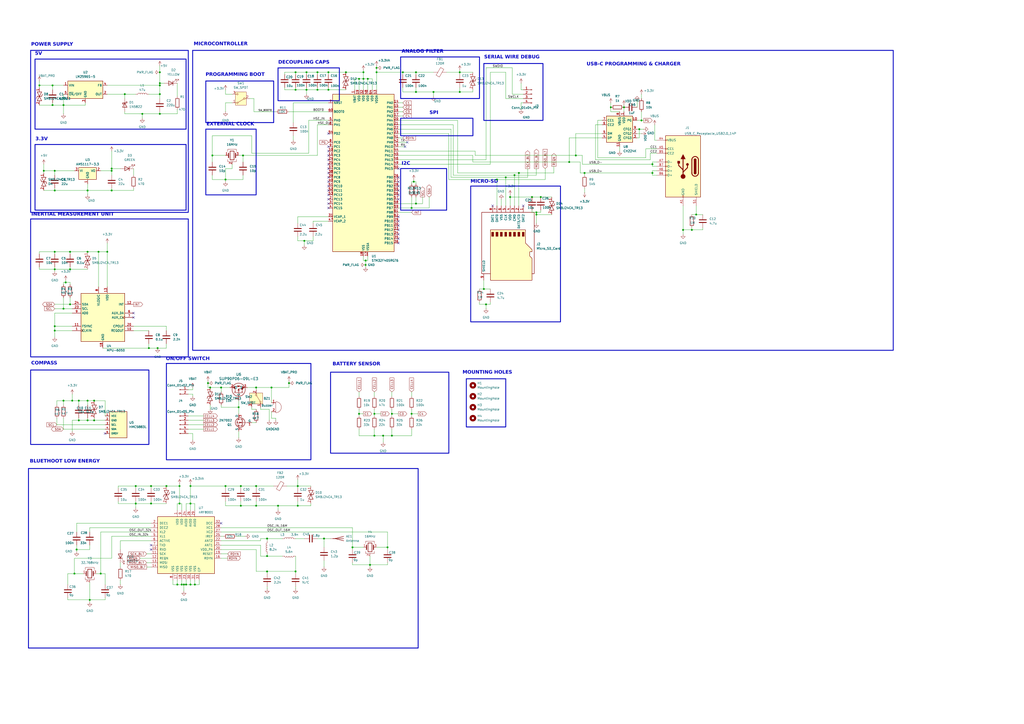
<source format=kicad_sch>
(kicad_sch (version 20250114) (generator "eeschema") (generator_version "9.0")
  (paper "A2")
  (title_block (title "EYEFLY V0.1") (date "2026-02-05") (rev "0.1") (company "EYEFLY"))
  (rectangle (start 111.76 29.21) (end 518.16 203.2) (stroke (width 0.5)))
  (rectangle (start 16.51 271.78) (end 242.57 375.92) (stroke (width 0.5)))
  (rectangle (start 17.78 127) (end 109.22 207.01) (stroke (width 0.5)))
  (rectangle (start 270.51 219.71) (end 293.37 247.65) (stroke (width 0.5)))
  (rectangle (start 232.41 97.79) (end 259.08 121.92) (stroke (width 0.5)))
  (rectangle (start 232.41 33.02) (end 278.13 57.15) (stroke (width 0.5)))
  (rectangle (start 20.32 83.82) (end 107.95 121.92) (stroke (width 0.5)))
  (rectangle (start 96.52 210.82) (end 180.34 266.7) (stroke (width 0.5)))
  (rectangle (start 191.77 215.9) (end 260.35 262.89) (stroke (width 0.5)))
  (rectangle (start 20.32 34.29) (end 107.95 74.93) (stroke (width 0.5)))
  (rectangle (start 119.38 74.93) (end 148.59 113.03) (stroke (width 0.5)))
  (rectangle (start 119.38 46.99) (end 158.75 71.12) (stroke (width 0.5)))
  (rectangle (start 17.78 29.21) (end 109.22 123.19) (stroke (width 0.5)))
  (rectangle (start 232.41 68.58) (end 274.32 78.74) (stroke (width 0.5)))
  (rectangle (start 280.67 36.83) (end 314.96 69.85) (stroke (width 0.5)))
  (rectangle (start 273.05 107.95) (end 325.12 186.69) (stroke (width 0.5)))
  (rectangle (start 17.78 214.63) (end 86.36 257.81) (stroke (width 0.5)))
  (rectangle (start 161.29 39.37) (end 196.85 58.42) (stroke (width 0.5)))
  (text "BATTERY SENSOR" (at 206.756 211.836 0) (effects (font (size 2 2) (thickness 0.254) (bold yes))))
  (text "BLUETHOOT LOW ENERGY" (at 37.592 268.224 0) (effects (font (size 2 2) (thickness 0.254) (bold yes))))
  (text "COMPASS" (at 25.654 211.328 0) (effects (font (size 2 2) (thickness 0.254) (bold yes))))
  (text "MICROCONTROLLER" (at 128.016 26.162 0) (effects (font (size 2 2) (thickness 0.254) (bold yes))))
  (text "USB-C PROGRAMMING & CHARGER" (at 367.538 37.846 0) (effects (font (size 2 2) (thickness 0.254) (bold yes))))
  (text "POWER SUPPLY" (at 30.226 26.416 0) (effects (font (size 2 2) (thickness 0.254) (bold yes))))
  (text "MOUNTING HOLES\n" (at 282.702 216.662 0) (effects (font (size 2 2) (thickness 0.254) (bold yes))))
  (text "MICRO-SD" (at 280.924 105.918 0) (effects (font (size 2 2) (thickness 0.254) (bold yes))))
  (text "DECOUPLING CAPS" (at 176.276 36.83 0) (effects (font (size 2 2) (thickness 0.254) (bold yes))))
  (text "3.3V\n" (at 24.13 81.28 0) (effects (font (size 2 2) (thickness 0.254) (bold yes))))
  (text "SERIAL WIRE DEBUG" (at 296.926 33.782 0) (effects (font (size 2 2) (thickness 0.254) (bold yes))))
  (text "5V\n" (at 22.352 31.75 0) (effects (font (size 2 2) (thickness 0.254) (bold yes))))
  (text "ANALOG FILTER" (at 245.11 30.48 0) (effects (font (size 2 2) (thickness 0.254) (bold yes))))
  (text "I2C\n" (at 235.458 95.504 0) (effects (font (size 2 2) (thickness 0.254) (bold yes))))
  (text "SPI" (at 251.714 66.04 0) (effects (font (size 2 2) (thickness 0.254) (bold yes))))
  (text "INERTIAL MEASUREMENT UNIT\n" (at 42.164 124.968 0) (effects (font (size 2 2) (thickness 0.254) (bold yes))))
  (text "EXTERNAL CLOCK\n" (at 133.604 72.644 0) (effects (font (size 2 2) (thickness 0.254) (bold yes))))
  (text "PROGRAMMING BOOT" (at 136.398 43.942 0) (effects (font (size 2 2) (thickness 0.254) (bold yes))))
  (text "ON/OFF SWITCH" (at 108.966 208.788 0) (effects (font (size 2 2) (thickness 0.254) (bold yes))))
  (junction (at 50.8 146.05))
  (junction (at 25.4 99.06))
  (junction (at 177.8 52.07))
  (junction (at 87.63 281.94))
  (junction (at 104.14 281.94))
  (junction (at 241.3 118.11))
  (junction (at 92.71 66.04))
  (junction (at 187.96 312.42))
  (junction (at 40.64 176.53))
  (junction (at 212.09 153.67))
  (junction (at 36.83 232.41))
  (junction (at 313.69 114.3))
  (junction (at 86.36 201.93))
  (junction (at 52.07 347.98))
  (junction (at 190.5 41.91))
  (junction (at 280.67 167.64))
  (junction (at 214.63 327.66))
  (junction (at 171.45 331.47))
  (junction (at 92.71 49.53))
  (junction (at 210.82 41.91))
  (junction (at 58.42 332.74))
  (junction (at 154.94 322.58))
  (junction (at 139.7 281.94))
  (junction (at 177.8 41.91))
  (junction (at 123.19 90.17))
  (junction (at 401.32 133.35))
  (junction (at 171.45 52.07))
  (junction (at 204.47 317.5))
  (junction (at 87.63 292.1))
  (junction (at 238.76 120.65))
  (junction (at 184.15 41.91))
  (junction (at 240.03 105.41))
  (junction (at 311.15 123.19))
  (junction (at 130.81 281.94))
  (junction (at 396.24 133.35))
  (junction (at 213.36 45.72))
  (junction (at 148.59 281.94))
  (junction (at 64.77 99.06))
  (junction (at 104.14 292.1))
  (junction (at 113.03 339.09))
  (junction (at 45.72 232.41))
  (junction (at 361.95 62.23))
  (junction (at 190.5 52.07))
  (junction (at 110.49 339.09))
  (junction (at 154.94 331.47))
  (junction (at 78.74 281.94))
  (junction (at 217.17 252.73))
  (junction (at 92.71 54.61))
  (junction (at 157.48 224.79))
  (junction (at 50.8 110.49))
  (junction (at 31.75 189.23))
  (junction (at 148.59 224.79))
  (junction (at 308.61 114.3))
  (junction (at 372.11 69.85))
  (junction (at 40.64 146.05))
  (junction (at 172.72 293.37))
  (junction (at 96.52 281.94))
  (junction (at 238.76 240.03))
  (junction (at 50.8 232.41))
  (junction (at 378.46 100.33))
  (junction (at 41.91 232.41))
  (junction (at 311.15 124.46))
  (junction (at 288.29 104.14))
  (junction (at 354.33 62.23))
  (junction (at 217.17 240.03))
  (junction (at 154.94 312.42))
  (junction (at 222.25 252.73))
  (junction (at 139.7 293.37))
  (junction (at 45.72 243.84))
  (junction (at 54.61 243.84))
  (junction (at 171.45 41.91))
  (junction (at 403.86 124.46))
  (junction (at 57.15 146.05))
  (junction (at 36.83 179.07))
  (junction (at 43.18 332.74))
  (junction (at 105.41 339.09))
  (junction (at 38.1 163.83))
  (junction (at 298.45 101.6))
  (junction (at 92.71 41.91))
  (junction (at 370.84 74.93))
  (junction (at 281.94 176.53))
  (junction (at 218.44 39.37))
  (junction (at 378.46 95.25))
  (junction (at 266.7 53.34))
  (junction (at 130.81 104.14))
  (junction (at 121.92 224.79))
  (junction (at 251.46 53.34))
  (junction (at 176.53 139.7))
  (junction (at 300.99 100.33))
  (junction (at 210.82 45.72))
  (junction (at 30.48 49.53))
  (junction (at 78.74 292.1))
  (junction (at 64.77 97.79))
  (junction (at 120.65 222.25))
  (junction (at 227.33 252.73))
  (junction (at 218.44 41.91))
  (junction (at 212.09 151.13))
  (junction (at 200.66 41.91))
  (junction (at 44.45 318.77))
  (junction (at 293.37 102.87))
  (junction (at 128.27 224.79))
  (junction (at 208.28 45.72))
  (junction (at 31.75 191.77))
  (junction (at 107.95 339.09))
  (junction (at 167.64 222.25))
  (junction (at 92.71 48.26))
  (junction (at 330.2 93.98))
  (junction (at 138.43 236.22))
  (junction (at 54.61 232.41))
  (junction (at 184.15 52.07))
  (junction (at 110.49 281.94))
  (junction (at 227.33 240.03))
  (junction (at 62.23 146.05))
  (junction (at 31.75 99.06))
  (junction (at 161.29 293.37))
  (junction (at 140.97 90.17))
  (junction (at 106.68 339.09))
  (junction (at 30.48 60.96))
  (junction (at 72.39 54.61))
  (junction (at 339.09 100.33))
  (junction (at 295.91 114.3))
  (junction (at 224.79 317.5))
  (junction (at 266.7 41.91))
  (junction (at 233.68 41.91))
  (junction (at 91.44 201.93))
  (junction (at 31.75 146.05))
  (junction (at 148.59 293.37))
  (junction (at 64.77 110.49))
  (junction (at 102.87 339.09))
  (junction (at 50.8 243.84))
  (junction (at 208.28 240.03))
  (junction (at 334.01 90.17))
  (junction (at 31.75 110.49))
  (junction (at 31.75 156.21))
  (junction (at 82.55 66.04))
  (junction (at 110.49 292.1))
  (junction (at 22.86 49.53))
  (junction (at 40.64 156.21))
  (junction (at 241.3 41.91))
  (junction (at 36.83 60.96))
  (junction (at 241.3 53.34))
  (junction (at 172.72 281.94))
  (no_connect (at 190.5 100.33))
  (no_connect (at 231.14 102.87))
  (no_connect (at 231.14 140.97))
  (no_connect (at 128.27 303.53))
  (no_connect (at 190.5 102.87))
  (no_connect (at 231.14 110.49))
  (no_connect (at 77.47 184.15))
  (no_connect (at 303.53 119.38))
  (no_connect (at 190.5 85.09))
  (no_connect (at 231.14 97.79))
  (no_connect (at 231.14 113.03))
  (no_connect (at 285.75 119.38))
  (no_connect (at 231.14 138.43))
  (no_connect (at 190.5 120.65))
  (no_connect (at 77.47 181.61))
  (no_connect (at 87.63 318.77))
  (no_connect (at 231.14 115.57))
  (no_connect (at 231.14 130.81))
  (no_connect (at 190.5 77.47))
  (no_connect (at 231.14 135.89))
  (no_connect (at 231.14 133.35))
  (no_connect (at 190.5 113.03))
  (no_connect (at 190.5 110.49))
  (no_connect (at 60.96 251.46))
  (no_connect (at 190.5 118.11))
  (no_connect (at 87.63 316.23))
  (no_connect (at 190.5 105.41))
  (no_connect (at 231.14 128.27))
  (no_connect (at 234.95 85.09))
  (no_connect (at 231.14 105.41))
  (no_connect (at 231.14 107.95))
  (no_connect (at 190.5 92.71))
  (no_connect (at 231.14 125.73))
  (no_connect (at 190.5 115.57))
  (no_connect (at 190.5 90.17))
  (no_connect (at 190.5 107.95))
  (no_connect (at 190.5 87.63))
  (no_connect (at 190.5 95.25))
  (no_connect (at 190.5 97.79))
  (no_connect (at 236.22 82.55))
  (wire (pts (xy 215.9 45.72) (xy 213.36 45.72)))
  (wire (pts (xy 109.22 241.3) (xy 118.11 241.3)))
  (wire (pts (xy 31.75 156.21) (xy 40.64 156.21)))
  (wire (pts (xy 140.97 90.17) (xy 184.15 90.17)))
  (wire (pts (xy 45.72 243.84) (xy 45.72 242.57)))
  (wire (pts (xy 208.28 227.33) (xy 208.28 229.87)))
  (wire (pts (xy 87.63 281.94) (xy 87.63 283.21)))
  (wire (pts (xy 231.14 85.09) (xy 234.95 85.09)))
  (wire (pts (xy 43.18 332.74) (xy 39.37 332.74)))
  (wire (pts (xy 40.64 165.1) (xy 40.64 163.83)))
  (wire (pts (xy 123.19 90.17) (xy 130.81 90.17)))
  (wire (pts (xy 49.53 59.69) (xy 49.53 60.96)))
  (wire (pts (xy 293.37 41.91) (xy 293.37 57.15)))
  (wire (pts (xy 407.67 133.35) (xy 401.32 133.35)))
  (wire (pts (xy 218.44 39.37) (xy 218.44 41.91)))
  (wire (pts (xy 107.95 292.1) (xy 110.49 292.1)))
  (wire (pts (xy 170.18 59.69) (xy 170.18 71.12)))
  (wire (pts (xy 241.3 114.3) (xy 241.3 118.11)))
  (wire (pts (xy 111.76 228.6) (xy 111.76 229.87)))
  (wire (pts (xy 36.83 172.72) (xy 36.83 179.07)))
  (wire (pts (xy 105.41 292.1) (xy 105.41 295.91)))
  (wire (pts (xy 36.83 234.95) (xy 36.83 232.41)))
  (wire (pts (xy 407.67 132.08) (xy 407.67 133.35)))
  (wire (pts (xy 82.55 66.04) (xy 82.55 68.58)))
  (wire (pts (xy 154.94 332.74) (xy 154.94 331.47)))
  (wire (pts (xy 31.75 154.94) (xy 31.75 156.21)))
  (wire (pts (xy 378.46 99.06) (xy 378.46 100.33)))
  (wire (pts (xy 109.22 228.6) (xy 111.76 228.6)))
  (wire (pts (xy 113.03 336.55) (xy 113.03 339.09)))
  (wire (pts (xy 238.76 106.68) (xy 238.76 105.41)))
  (wire (pts (xy 165.1 52.07) (xy 171.45 52.07)))
  (wire (pts (xy 177.8 41.91) (xy 171.45 41.91)))
  (wire (pts (xy 154.94 331.47) (xy 171.45 331.47)))
  (wire (pts (xy 147.32 64.77) (xy 160.02 64.77)))
  (wire (pts (xy 298.45 119.38) (xy 298.45 101.6)))
  (wire (pts (xy 154.94 312.42) (xy 154.94 313.69)))
  (wire (pts (xy 54.61 232.41) (xy 60.96 232.41)))
  (wire (pts (xy 130.81 59.69) (xy 130.81 64.77)))
  (wire (pts (xy 288.29 104.14) (xy 316.23 104.14)))
  (wire (pts (xy 151.13 312.42) (xy 154.94 312.42)))
  (wire (pts (xy 181.61 129.54) (xy 181.61 128.27)))
  (wire (pts (xy 87.63 281.94) (xy 78.74 281.94)))
  (wire (pts (xy 208.28 248.92) (xy 208.28 252.73)))
  (wire (pts (xy 148.59 318.77) (xy 148.59 331.47)))
  (wire (pts (xy 190.5 59.69) (xy 170.18 59.69)))
  (wire (pts (xy 45.72 232.41) (xy 50.8 232.41)))
  (wire (pts (xy 214.63 327.66) (xy 214.63 328.93)))
  (wire (pts (xy 170.18 78.74) (xy 170.18 81.28)))
  (wire (pts (xy 295.91 114.3) (xy 295.91 119.38)))
  (wire (pts (xy 171.45 52.07) (xy 177.8 52.07)))
  (wire (pts (xy 308.61 121.92) (xy 308.61 123.19)))
  (wire (pts (xy 92.71 49.53) (xy 92.71 54.61)))
  (wire (pts (xy 302.26 59.69) (xy 303.53 59.69)))
  (wire (pts (xy 140.97 101.6) (xy 140.97 104.14)))
  (wire (pts (xy 313.69 114.3) (xy 320.04 114.3)))
  (wire (pts (xy 231.14 120.65) (xy 238.76 120.65)))
  (wire (pts (xy 87.63 292.1) (xy 96.52 292.1)))
  (wire (pts (xy 184.15 72.39) (xy 190.5 72.39)))
  (wire (pts (xy 102.87 48.26) (xy 102.87 55.88)))
  (wire (pts (xy 208.28 240.03) (xy 208.28 241.3)))
  (wire (pts (xy 62.23 54.61) (xy 72.39 54.61)))
  (wire (pts (xy 64.77 97.79) (xy 69.85 97.79)))
  (wire (pts (xy 217.17 252.73) (xy 222.25 252.73)))
  (wire (pts (xy 50.8 243.84) (xy 45.72 243.84)))
  (wire (pts (xy 212.09 151.13) (xy 213.36 151.13)))
  (wire (pts (xy 339.09 111.76) (xy 339.09 109.22)))
  (wire (pts (xy 22.86 49.53) (xy 22.86 50.8)))
  (wire (pts (xy 231.14 87.63) (xy 275.59 87.63)))
  (wire (pts (xy 227.33 237.49) (xy 227.33 240.03)))
  (wire (pts (xy 109.22 246.38) (xy 118.11 246.38)))
  (wire (pts (xy 241.3 105.41) (xy 241.3 106.68)))
  (wire (pts (xy 345.44 72.39) (xy 349.25 72.39)))
  (wire (pts (xy 109.22 226.06) (xy 111.76 226.06)))
  (wire (pts (xy 377.19 92.71) (xy 377.19 88.9)))
  (wire (pts (xy 231.14 90.17) (xy 274.32 90.17)))
  (wire (pts (xy 381 101.6) (xy 378.46 101.6)))
  (wire (pts (xy 339.09 100.33) (xy 339.09 101.6)))
  (wire (pts (xy 217.17 237.49) (xy 217.17 240.03)))
  (wire (pts (xy 113.03 295.91) (xy 113.03 292.1)))
  (wire (pts (xy 374.65 91.44) (xy 374.65 86.36)))
  (wire (pts (xy 190.5 41.91) (xy 200.66 41.91)))
  (wire (pts (xy 157.48 224.79) (xy 157.48 233.68)))
  (wire (pts (xy 59.69 201.93) (xy 86.36 201.93)))
  (wire (pts (xy 39.37 332.74) (xy 39.37 339.09)))
  (wire (pts (xy 261.62 102.87) (xy 261.62 74.93)))
  (wire (pts (xy 157.48 224.79) (xy 167.64 224.79)))
  (wire (pts (xy 69.85 326.39) (xy 69.85 328.93)))
  (wire (pts (xy 110.49 280.67) (xy 110.49 281.94)))
  (wire (pts (xy 62.23 49.53) (xy 92.71 49.53)))
  (wire (pts (xy 311.15 123.19) (xy 311.15 124.46)))
  (wire (pts (xy 218.44 41.91) (xy 233.68 41.91)))
  (wire (pts (xy 151.13 237.49) (xy 156.21 237.49)))
  (wire (pts (xy 240.03 104.14) (xy 240.03 105.41)))
  (wire (pts (xy 303.53 54.61) (xy 297.18 54.61)))
  (wire (pts (xy 378.46 95.25) (xy 378.46 96.52)))
  (wire (pts (xy 214.63 327.66) (xy 224.79 327.66)))
  (wire (pts (xy 231.14 118.11) (xy 241.3 118.11)))
  (wire (pts (xy 372.11 54.61) (xy 372.11 57.15)))
  (wire (pts (xy 85.09 326.39) (xy 87.63 326.39)))
  (wire (pts (xy 171.45 50.8) (xy 171.45 52.07)))
  (wire (pts (xy 104.14 292.1) (xy 105.41 292.1)))
  (wire (pts (xy 77.47 110.49) (xy 64.77 110.49)))
  (wire (pts (xy 300.99 119.38) (xy 300.99 100.33)))
  (wire (pts (xy 44.45 318.77) (xy 44.45 320.04)))
  (wire (pts (xy 86.36 199.39) (xy 86.36 201.93)))
  (wire (pts (xy 266.7 41.91) (xy 266.7 43.18)))
  (wire (pts (xy 36.83 242.57) (xy 36.83 248.92)))
  (wire (pts (xy 50.8 106.68) (xy 50.8 110.49)))
  (wire (pts (xy 87.63 290.83) (xy 87.63 292.1)))
  (wire (pts (xy 44.45 303.53) (xy 44.45 308.61)))
  (wire (pts (xy 36.83 179.07) (xy 41.91 179.07)))
  (wire (pts (xy 233.68 50.8) (xy 233.68 53.34)))
  (wire (pts (xy 115.57 339.09) (xy 113.03 339.09)))
  (wire (pts (xy 92.71 54.61) (xy 92.71 57.15)))
  (wire (pts (xy 64.77 311.15) (xy 87.63 311.15)))
  (wire (pts (xy 378.46 93.98) (xy 378.46 95.25)))
  (wire (pts (xy 25.4 95.25) (xy 25.4 99.06)))
  (wire (pts (xy 181.61 128.27) (xy 190.5 128.27)))
  (wire (pts (xy 31.75 110.49) (xy 50.8 110.49)))
  (wire (pts (xy 30.48 60.96) (xy 36.83 60.96)))
  (wire (pts (xy 161.29 293.37) (xy 148.59 293.37)))
  (wire (pts (xy 36.83 248.92) (xy 60.96 248.92)))
  (wire (pts (xy 128.27 236.22) (xy 138.43 236.22)))
  (wire (pts (xy 241.3 118.11) (xy 245.11 118.11)))
  (wire (pts (xy 171.45 41.91) (xy 171.45 43.18)))
  (wire (pts (xy 138.43 90.17) (xy 140.97 90.17)))
  (wire (pts (xy 128.27 308.61) (xy 224.79 308.61)))
  (wire (pts (xy 349.25 69.85) (xy 346.71 69.85)))
  (wire (pts (xy 300.99 100.33) (xy 321.31 100.33)))
  (wire (pts (xy 22.86 46.99) (xy 22.86 49.53)))
  (wire (pts (xy 166.37 281.94) (xy 172.72 281.94)))
  (wire (pts (xy 96.52 199.39) (xy 96.52 201.93)))
  (wire (pts (xy 213.36 45.72) (xy 210.82 45.72)))
  (wire (pts (xy 40.64 146.05) (xy 40.64 147.32)))
  (wire (pts (xy 210.82 148.59) (xy 210.82 151.13)))
  (wire (pts (xy 302.26 52.07) (xy 302.26 48.26)))
  (wire (pts (xy 33.02 246.38) (xy 33.02 242.57)))
  (wire (pts (xy 104.14 280.67) (xy 104.14 281.94)))
  (wire (pts (xy 171.45 340.36) (xy 171.45 341.63)))
  (wire (pts (xy 82.55 66.04) (xy 92.71 66.04)))
  (wire (pts (xy 30.48 49.53) (xy 30.48 52.07)))
  (wire (pts (xy 281.94 92.71) (xy 281.94 39.37)))
  (wire (pts (xy 58.42 308.61) (xy 87.63 308.61)))
  (wire (pts (xy 184.15 41.91) (xy 184.15 43.18)))
  (wire (pts (xy 100.33 339.09) (xy 102.87 339.09)))
  (wire (pts (xy 92.71 48.26) (xy 92.71 49.53)))
  (wire (pts (xy 180.34 281.94) (xy 172.72 281.94)))
  (wire (pts (xy 139.7 281.94) (xy 139.7 283.21)))
  (wire (pts (xy 143.51 224.79) (xy 148.59 224.79)))
  (wire (pts (xy 204.47 317.5) (xy 210.82 317.5)))
  (wire (pts (xy 128.27 316.23) (xy 151.13 316.23)))
  (wire (pts (xy 128.27 311.15) (xy 129.54 311.15)))
  (wire (pts (xy 22.86 60.96) (xy 30.48 60.96)))
  (wire (pts (xy 31.75 189.23) (xy 31.75 191.77)))
  (wire (pts (xy 274.32 93.98) (xy 330.2 93.98)))
  (wire (pts (xy 55.88 332.74) (xy 58.42 332.74)))
  (wire (pts (xy 64.77 87.63) (xy 64.77 97.79)))
  (wire (pts (xy 295.91 113.03) (xy 295.91 114.3)))
  (wire (pts (xy 345.44 72.39) (xy 345.44 92.71)))
  (wire (pts (xy 165.1 41.91) (xy 165.1 43.18)))
  (wire (pts (xy 138.43 236.22) (xy 138.43 240.03)))
  (wire (pts (xy 184.15 41.91) (xy 177.8 41.91)))
  (wire (pts (xy 130.81 97.79) (xy 130.81 104.14)))
  (wire (pts (xy 107.95 336.55) (xy 107.95 339.09)))
  (wire (pts (xy 337.82 95.25) (xy 337.82 90.17)))
  (wire (pts (xy 204.47 317.5) (xy 204.47 318.77)))
  (wire (pts (xy 85.09 321.31) (xy 87.63 321.31)))
  (wire (pts (xy 78.74 292.1) (xy 78.74 294.64)))
  (wire (pts (xy 378.46 99.06) (xy 381 99.06)))
  (wire (pts (xy 50.8 243.84) (xy 54.61 243.84)))
  (wire (pts (xy 77.47 191.77) (xy 86.36 191.77)))
  (wire (pts (xy 85.09 328.93) (xy 87.63 328.93)))
  (wire (pts (xy 110.49 281.94) (xy 110.49 292.1)))
  (wire (pts (xy 280.67 167.64) (xy 284.48 167.64)))
  (wire (pts (xy 396.24 133.35) (xy 396.24 135.89)))
  (wire (pts (xy 266.7 40.64) (xy 266.7 41.91)))
  (wire (pts (xy 403.86 124.46) (xy 401.32 124.46)))
  (wire (pts (xy 238.76 105.41) (xy 240.03 105.41)))
  (wire (pts (xy 58.42 332.74) (xy 60.96 332.74)))
  (wire (pts (xy 369.57 58.42) (xy 369.57 62.23)))
  (wire (pts (xy 224.79 326.39) (xy 224.79 327.66)))
  (wire (pts (xy 130.81 281.94) (xy 130.81 283.21)))
  (wire (pts (xy 154.94 322.58) (xy 163.83 322.58)))
  (wire (pts (xy 72.39 54.61) (xy 78.74 54.61)))
  (wire (pts (xy 102.87 339.09) (xy 105.41 339.09)))
  (wire (pts (xy 231.14 123.19) (xy 238.76 123.19)))
  (wire (pts (xy 370.84 74.93) (xy 370.84 80.01)))
  (wire (pts (xy 60.96 346.71) (xy 60.96 347.98)))
  (wire (pts (xy 190.5 69.85) (xy 179.07 69.85)))
  (wire (pts (xy 111.76 224.79) (xy 111.76 226.06)))
  (wire (pts (xy 64.77 97.79) (xy 64.77 99.06)))
  (wire (pts (xy 346.71 69.85) (xy 346.71 91.44)))
  (wire (pts (xy 245.11 114.3) (xy 245.11 118.11)))
  (wire (pts (xy 266.7 53.34) (xy 251.46 53.34)))
  (wire (pts (xy 96.52 189.23) (xy 96.52 191.77)))
  (wire (pts (xy 215.9 52.07) (xy 215.9 45.72)))
  (wire (pts (xy 62.23 140.97) (xy 62.23 146.05)))
  (wire (pts (xy 354.33 62.23) (xy 354.33 64.77)))
  (wire (pts (xy 248.92 114.3) (xy 248.92 120.65)))
  (wire (pts (xy 280.67 162.56) (xy 280.67 167.64)))
  (wire (pts (xy 31.75 179.07) (xy 36.83 179.07)))
  (wire (pts (xy 137.16 311.15) (xy 142.24 311.15)))
  (wire (pts (xy 44.45 303.53) (xy 87.63 303.53)))
  (wire (pts (xy 241.3 43.18) (xy 241.3 41.91)))
  (wire (pts (xy 316.23 97.79) (xy 316.23 104.14)))
  (wire (pts (xy 45.72 243.84) (xy 41.91 243.84)))
  (wire (pts (xy 102.87 336.55) (xy 102.87 339.09)))
  (wire (pts (xy 31.75 176.53) (xy 40.64 176.53)))
  (wire (pts (xy 280.67 167.64) (xy 278.13 167.64)))
  (wire (pts (xy 78.74 281.94) (xy 78.74 283.21)))
  (wire (pts (xy 128.27 234.95) (xy 128.27 236.22)))
  (wire (pts (xy 60.96 332.74) (xy 60.96 339.09)))
  (wire (pts (xy 172.72 293.37) (xy 180.34 293.37)))
  (wire (pts (xy 238.76 240.03) (xy 238.76 241.3)))
  (wire (pts (xy 64.77 323.85) (xy 64.77 311.15)))
  (wire (pts (xy 204.47 327.66) (xy 214.63 327.66)))
  (wire (pts (xy 369.57 80.01) (xy 370.84 80.01)))
  (wire (pts (xy 147.32 57.15) (xy 144.78 57.15)))
  (wire (pts (xy 25.4 99.06) (xy 25.4 100.33)))
  (wire (pts (xy 138.43 232.41) (xy 138.43 236.22)))
  (wire (pts (xy 187.96 312.42) (xy 187.96 317.5)))
  (wire (pts (xy 377.19 88.9) (xy 381 88.9)))
  (wire (pts (xy 120.65 222.25) (xy 120.65 224.79)))
  (wire (pts (xy 40.64 146.05) (xy 50.8 146.05)))
  (wire (pts (xy 81.28 323.85) (xy 87.63 323.85)))
  (wire (pts (xy 134.62 54.61) (xy 130.81 54.61)))
  (wire (pts (xy 148.59 224.79) (xy 157.48 224.79)))
  (wire (pts (xy 171.45 332.74) (xy 171.45 331.47)))
  (wire (pts (xy 38.1 163.83) (xy 40.64 163.83)))
  (wire (pts (xy 231.14 69.85) (xy 265.43 69.85)))
  (wire (pts (xy 44.45 316.23) (xy 44.45 318.77)))
  (wire (pts (xy 147.32 64.77) (xy 147.32 57.15)))
  (wire (pts (xy 378.46 100.33) (xy 339.09 100.33)))
  (wire (pts (xy 177.8 52.07) (xy 184.15 52.07)))
  (wire (pts (xy 208.28 45.72) (xy 208.28 52.07)))
  (wire (pts (xy 349.25 80.01) (xy 330.2 80.01)))
  (wire (pts (xy 303.53 57.15) (xy 293.37 57.15)))
  (wire (pts (xy 158.75 281.94) (xy 148.59 281.94)))
  (wire (pts (xy 102.87 63.5) (xy 102.87 66.04)))
  (wire (pts (xy 240.03 105.41) (xy 241.3 105.41)))
  (wire (pts (xy 373.38 69.85) (xy 372.11 69.85)))
  (wire (pts (xy 52.07 306.07) (xy 52.07 308.61)))
  (wire (pts (xy 233.68 41.91) (xy 241.3 41.91)))
  (wire (pts (xy 31.75 191.77) (xy 41.91 191.77)))
  (wire (pts (xy 123.19 104.14) (xy 130.81 104.14)))
  (wire (pts (xy 172.72 137.16) (xy 172.72 139.7)))
  (wire (pts (xy 200.66 41.91) (xy 210.82 41.91)))
  (wire (pts (xy 31.75 146.05) (xy 22.86 146.05)))
  (wire (pts (xy 139.7 293.37) (xy 139.7 290.83)))
  (wire (pts (xy 217.17 227.33) (xy 217.17 229.87)))
  (wire (pts (xy 284.48 41.91) (xy 284.48 95.25)))
  (wire (pts (xy 40.64 176.53) (xy 41.91 176.53)))
  (wire (pts (xy 172.72 125.73) (xy 190.5 125.73)))
  (wire (pts (xy 38.1 163.83) (xy 38.1 162.56)))
  (wire (pts (xy 43.18 332.74) (xy 43.18 323.85)))
  (wire (pts (xy 68.58 281.94) (xy 68.58 283.21)))
  (wire (pts (xy 57.15 146.05) (xy 57.15 166.37)))
  (wire (pts (xy 354.33 62.23) (xy 354.33 59.69)))
  (wire (pts (xy 31.75 157.48) (xy 31.75 156.21)))
  (wire (pts (xy 266.7 41.91) (xy 274.32 41.91)))
  (wire (pts (xy 128.27 224.79) (xy 133.35 224.79)))
  (wire (pts (xy 177.8 41.91) (xy 177.8 43.18)))
  (wire (pts (xy 100.33 336.55) (xy 100.33 339.09)))
  (wire (pts (xy 41.91 181.61) (xy 31.75 181.61)))
  (wire (pts (xy 25.4 110.49) (xy 31.75 110.49)))
  (wire (pts (xy 378.46 95.25) (xy 337.82 95.25)))
  (wire (pts (xy 148.59 331.47) (xy 154.94 331.47)))
  (wire (pts (xy 306.07 97.79) (xy 306.07 102.87)))
  (wire (pts (xy 31.75 146.05) (xy 31.75 147.32)))
  (wire (pts (xy 130.81 293.37) (xy 130.81 290.83)))
  (wire (pts (xy 123.19 78.74) (xy 123.19 90.17)))
  (wire (pts (xy 275.59 87.63) (xy 275.59 90.17)))
  (wire (pts (xy 171.45 322.58) (xy 171.45 331.47)))
  (wire (pts (xy 148.59 281.94) (xy 139.7 281.94)))
  (wire (pts (xy 54.61 242.57) (xy 54.61 243.84)))
  (wire (pts (xy 218.44 41.91) (xy 218.44 52.07)))
  (wire (pts (xy 217.17 240.03) (xy 220.98 240.03)))
  (wire (pts (xy 148.59 293.37) (xy 148.59 290.83)))
  (wire (pts (xy 349.25 77.47) (xy 334.01 77.47)))
  (wire (pts (xy 381 81.28) (xy 379.73 81.28)))
  (wire (pts (xy 222.25 252.73) (xy 222.25 256.54)))
  (wire (pts (xy 52.07 347.98) (xy 52.07 349.25)))
  (wire (pts (xy 68.58 290.83) (xy 68.58 292.1)))
  (wire (pts (xy 120.65 224.79) (xy 121.92 224.79)))
  (wire (pts (xy 311.15 123.19) (xy 308.61 123.19)))
  (wire (pts (xy 36.83 232.41) (xy 41.91 232.41)))
  (wire (pts (xy 111.76 251.46) (xy 111.76 255.27)))
  (wire (pts (xy 227.33 240.03) (xy 227.33 241.3)))
  (wire (pts (xy 293.37 102.87) (xy 306.07 102.87)))
  (wire (pts (xy 334.01 77.47) (xy 334.01 90.17)))
  (wire (pts (xy 231.14 59.69) (xy 233.68 59.69)))
  (wire (pts (xy 204.47 306.07) (xy 204.47 317.5)))
  (wire (pts (xy 222.25 252.73) (xy 227.33 252.73)))
  (wire (pts (xy 238.76 252.73) (xy 238.76 248.92)))
  (wire (pts (xy 224.79 308.61) (xy 224.79 317.5)))
  (wire (pts (xy 284.48 176.53) (xy 281.94 176.53)))
  (wire (pts (xy 167.64 64.77) (xy 190.5 64.77)))
  (wire (pts (xy 107.95 339.09) (xy 110.49 339.09)))
  (wire (pts (xy 102.87 295.91) (xy 102.87 292.1)))
  (wire (pts (xy 167.64 220.98) (xy 167.64 222.25)))
  (wire (pts (xy 308.61 114.3) (xy 313.69 114.3)))
  (wire (pts (xy 36.83 54.61) (xy 36.83 60.96)))
  (wire (pts (xy 64.77 109.22) (xy 64.77 110.49)))
  (wire (pts (xy 274.32 52.07) (xy 274.32 53.34)))
  (wire (pts (xy 113.03 292.1) (xy 110.49 292.1)))
  (wire (pts (xy 302.26 63.5) (xy 302.26 59.69)))
  (wire (pts (xy 217.17 240.03) (xy 217.17 241.3)))
  (wire (pts (xy 77.47 97.79) (xy 77.47 101.6)))
  (wire (pts (xy 50.8 110.49) (xy 64.77 110.49)))
  (wire (pts (xy 31.75 156.21) (xy 22.86 156.21)))
  (wire (pts (xy 281.94 39.37) (xy 297.18 39.37)))
  (wire (pts (xy 184.15 52.07) (xy 190.5 52.07)))
  (wire (pts (xy 160.02 242.57) (xy 157.48 242.57)))
  (wire (pts (xy 231.14 80.01) (xy 233.68 80.01)))
  (wire (pts (xy 78.74 281.94) (xy 68.58 281.94)))
  (wire (pts (xy 110.49 339.09) (xy 113.03 339.09)))
  (wire (pts (xy 231.14 82.55) (xy 236.22 82.55)))
  (wire (pts (xy 154.94 321.31) (xy 154.94 322.58)))
  (wire (pts (xy 218.44 317.5) (xy 224.79 317.5)))
  (wire (pts (xy 354.33 64.77) (xy 359.41 64.77)))
  (wire (pts (xy 190.5 41.91) (xy 184.15 41.91)))
  (wire (pts (xy 161.29 293.37) (xy 161.29 295.91)))
  (wire (pts (xy 298.45 101.6) (xy 311.15 101.6)))
  (wire (pts (xy 72.39 54.61) (xy 72.39 57.15)))
  (wire (pts (xy 106.68 339.09) (xy 107.95 339.09)))
  (wire (pts (xy 151.13 236.22) (xy 151.13 237.49)))
  (wire (pts (xy 134.62 59.69) (xy 130.81 59.69)))
  (wire (pts (xy 68.58 292.1) (xy 78.74 292.1)))
  (wire (pts (xy 378.46 93.98) (xy 381 93.98)))
  (wire (pts (xy 214.63 322.58) (xy 214.63 327.66)))
  (wire (pts (xy 165.1 50.8) (xy 165.1 52.07)))
  (wire (pts (xy 369.57 69.85) (xy 372.11 69.85)))
  (wire (pts (xy 102.87 292.1) (xy 104.14 292.1)))
  (wire (pts (xy 109.22 243.84) (xy 118.11 243.84)))
  (wire (pts (xy 321.31 96.52) (xy 321.31 100.33)))
  (wire (pts (xy 146.05 88.9) (xy 146.05 78.74)))
  (wire (pts (xy 167.64 222.25) (xy 167.64 224.79)))
  (wire (pts (xy 297.18 39.37) (xy 297.18 54.61)))
  (wire (pts (xy 238.76 237.49) (xy 238.76 240.03)))
  (wire (pts (xy 39.37 347.98) (xy 52.07 347.98)))
  (wire (pts (xy 40.64 172.72) (xy 40.64 176.53)))
  (wire (pts (xy 172.72 278.13) (xy 172.72 281.94)))
  (wire (pts (xy 86.36 201.93) (xy 91.44 201.93)))
  (wire (pts (xy 204.47 326.39) (xy 204.47 327.66)))
  (wire (pts (xy 181.61 137.16) (xy 181.61 139.7)))
  (wire (pts (xy 151.13 313.69) (xy 151.13 312.42)))
  (wire (pts (xy 210.82 52.07) (xy 210.82 45.72)))
  (wire (pts (xy 107.95 295.91) (xy 107.95 292.1)))
  (wire (pts (xy 72.39 64.77) (xy 72.39 66.04)))
  (wire (pts (xy 156.21 237.49) (xy 156.21 243.84)))
  (wire (pts (xy 110.49 336.55) (xy 110.49 339.09)))
  (wire (pts (xy 372.11 64.77) (xy 372.11 69.85)))
  (wire (pts (xy 224.79 317.5) (xy 224.79 318.77)))
  (wire (pts (xy 92.71 64.77) (xy 92.71 66.04)))
  (wire (pts (xy 130.81 105.41) (xy 130.81 104.14)))
  (wire (pts (xy 403.86 124.46) (xy 407.67 124.46)))
  (wire (pts (xy 154.94 340.36) (xy 154.94 341.63)))
  (wire (pts (xy 62.23 146.05) (xy 62.23 166.37)))
  (wire (pts (xy 334.01 90.17) (xy 337.82 90.17)))
  (wire (pts (xy 311.15 123.19) (xy 313.69 123.19)))
  (wire (pts (xy 381 96.52) (xy 378.46 96.52)))
  (wire (pts (xy 121.92 234.95) (xy 121.92 237.49)))
  (wire (pts (xy 110.49 292.1) (xy 110.49 295.91)))
  (wire (pts (xy 218.44 38.1) (xy 218.44 39.37)))
  (wire (pts (xy 261.62 74.93) (xy 231.14 74.93)))
  (wire (pts (xy 359.41 85.09) (xy 359.41 87.63)))
  (wire (pts (xy 128.27 313.69) (xy 151.13 313.69)))
  (wire (pts (xy 251.46 53.34) (xy 241.3 53.34)))
  (wire (pts (xy 151.13 316.23) (xy 151.13 322.58)))
  (wire (pts (xy 58.42 99.06) (xy 64.77 99.06)))
  (wire (pts (xy 233.68 53.34) (xy 241.3 53.34)))
  (wire (pts (xy 140.97 104.14) (xy 130.81 104.14)))
  (wire (pts (xy 40.64 146.05) (xy 31.75 146.05)))
  (wire (pts (xy 139.7 281.94) (xy 130.81 281.94)))
  (wire (pts (xy 288.29 104.14) (xy 260.35 104.14)))
  (wire (pts (xy 160.02 242.57) (xy 160.02 243.84)))
  (wire (pts (xy 172.72 293.37) (xy 172.72 290.83)))
  (wire (pts (xy 52.07 318.77) (xy 44.45 318.77)))
  (wire (pts (xy 265.43 100.33) (xy 265.43 69.85)))
  (wire (pts (xy 52.07 306.07) (xy 87.63 306.07)))
  (wire (pts (xy 210.82 151.13) (xy 212.09 151.13)))
  (wire (pts (xy 172.72 139.7) (xy 176.53 139.7)))
  (wire (pts (xy 31.75 191.77) (xy 31.75 195.58)))
  (wire (pts (xy 275.59 90.17) (xy 334.01 90.17)))
  (wire (pts (xy 208.28 252.73) (xy 217.17 252.73)))
  (wire (pts (xy 210.82 45.72) (xy 208.28 45.72)))
  (wire (pts (xy 39.37 346.71) (xy 39.37 347.98)))
  (wire (pts (xy 278.13 175.26) (xy 278.13 176.53)))
  (wire (pts (xy 77.47 189.23) (xy 96.52 189.23)))
  (wire (pts (xy 212.09 153.67) (xy 212.09 154.94)))
  (wire (pts (xy 187.96 325.12) (xy 187.96 328.93)))
  (wire (pts (xy 172.72 281.94) (xy 172.72 283.21)))
  (wire (pts (xy 146.05 245.11) (xy 148.59 245.11)))
  (wire (pts (xy 281.94 176.53) (xy 278.13 176.53)))
  (wire (pts (xy 213.36 151.13) (xy 213.36 148.59)))
  (wire (pts (xy 187.96 312.42) (xy 191.77 312.42)))
  (wire (pts (xy 62.23 146.05) (xy 57.15 146.05)))
  (wire (pts (xy 146.05 237.49) (xy 148.59 237.49)))
  (wire (pts (xy 78.74 290.83) (xy 78.74 292.1)))
  (wire (pts (xy 290.83 115.57) (xy 290.83 119.38)))
  (wire (pts (xy 210.82 41.91) (xy 210.82 45.72)))
  (wire (pts (xy 227.33 252.73) (xy 238.76 252.73)))
  (wire (pts (xy 123.19 101.6) (xy 123.19 104.14)))
  (wire (pts (xy 176.53 139.7) (xy 176.53 142.24)))
  (wire (pts (xy 161.29 293.37) (xy 172.72 293.37)))
  (wire (pts (xy 128.27 306.07) (xy 204.47 306.07)))
  (wire (pts (xy 102.87 66.04) (xy 92.71 66.04)))
  (wire (pts (xy 179.07 69.85) (xy 179.07 88.9)))
  (wire (pts (xy 238.76 227.33) (xy 238.76 229.87)))
  (wire (pts (xy 139.7 293.37) (xy 130.81 293.37)))
  (wire (pts (xy 31.75 99.06) (xy 31.75 101.6)))
  (wire (pts (xy 154.94 312.42) (xy 163.83 312.42)))
  (wire (pts (xy 22.86 146.05) (xy 22.86 147.32)))
  (wire (pts (xy 231.14 64.77) (xy 233.68 64.77)))
  (wire (pts (xy 148.59 226.06) (xy 148.59 224.79)))
  (wire (pts (xy 293.37 102.87) (xy 261.62 102.87)))
  (wire (pts (xy 52.07 316.23) (xy 52.07 318.77)))
  (wire (pts (xy 346.71 91.44) (xy 374.65 91.44)))
  (wire (pts (xy 303.53 52.07) (xy 302.26 52.07)))
  (wire (pts (xy 184.15 50.8) (xy 184.15 52.07)))
  (wire (pts (xy 274.32 90.17) (xy 274.32 93.98)))
  (wire (pts (xy 123.19 90.17) (xy 123.19 93.98)))
  (wire (pts (xy 295.91 114.3) (xy 308.61 114.3)))
  (wire (pts (xy 50.8 232.41) (xy 50.8 234.95)))
  (wire (pts (xy 105.41 336.55) (xy 105.41 339.09)))
  (wire (pts (xy 31.75 110.49) (xy 31.75 109.22)))
  (wire (pts (xy 227.33 227.33) (xy 227.33 229.87)))
  (wire (pts (xy 233.68 41.91) (xy 233.68 43.18)))
  (wire (pts (xy 379.73 72.39) (xy 379.73 81.28)))
  (wire (pts (xy 311.15 124.46) (xy 320.04 124.46)))
  (wire (pts (xy 378.46 100.33) (xy 378.46 101.6)))
  (wire (pts (xy 179.07 88.9) (xy 146.05 88.9)))
  (wire (pts (xy 330.2 93.98) (xy 336.55 93.98)))
  (wire (pts (xy 281.94 176.53) (xy 281.94 179.07)))
  (wire (pts (xy 177.8 50.8) (xy 177.8 52.07)))
  (wire (pts (xy 330.2 80.01) (xy 330.2 93.98)))
  (wire (pts (xy 130.81 54.61) (xy 130.81 52.07)))
  (wire (pts (xy 104.14 281.94) (xy 104.14 292.1)))
  (wire (pts (xy 120.65 220.98) (xy 120.65 222.25)))
  (wire (pts (xy 336.55 93.98) (xy 336.55 100.33)))
  (wire (pts (xy 213.36 52.07) (xy 213.36 45.72)))
  (wire (pts (xy 30.48 49.53) (xy 36.83 49.53)))
  (wire (pts (xy 238.76 240.03) (xy 242.57 240.03)))
  (wire (pts (xy 40.64 154.94) (xy 40.64 156.21)))
  (wire (pts (xy 298.45 101.6) (xy 262.89 101.6)))
  (wire (pts (xy 50.8 110.49) (xy 50.8 113.03)))
  (wire (pts (xy 171.45 41.91) (xy 165.1 41.91)))
  (wire (pts (xy 157.48 238.76) (xy 157.48 242.57)))
  (wire (pts (xy 284.48 95.25) (xy 231.14 95.25)))
  (wire (pts (xy 231.14 67.31) (xy 233.68 67.31)))
  (wire (pts (xy 266.7 50.8) (xy 266.7 53.34)))
  (wire (pts (xy 69.85 336.55) (xy 69.85 339.09)))
  (wire (pts (xy 130.81 97.79) (xy 134.62 97.79)))
  (wire (pts (xy 52.07 337.82) (xy 52.07 347.98)))
  (wire (pts (xy 36.83 165.1) (xy 36.83 163.83)))
  (wire (pts (xy 177.8 52.07) (xy 177.8 54.61)))
  (wire (pts (xy 78.74 292.1) (xy 87.63 292.1)))
  (wire (pts (xy 87.63 313.69) (xy 69.85 313.69)))
  (wire (pts (xy 41.91 189.23) (xy 31.75 189.23)))
  (wire (pts (xy 313.69 121.92) (xy 313.69 123.19)))
  (wire (pts (xy 45.72 232.41) (xy 45.72 234.95)))
  (wire (pts (xy 176.53 139.7) (xy 181.61 139.7)))
  (wire (pts (xy 50.8 243.84) (xy 50.8 242.57)))
  (wire (pts (xy 251.46 53.34) (xy 251.46 55.88)))
  (wire (pts (xy 40.64 156.21) (xy 50.8 156.21)))
  (wire (pts (xy 52.07 347.98) (xy 60.96 347.98)))
  (wire (pts (xy 86.36 54.61) (xy 92.71 54.61)))
  (wire (pts (xy 60.96 246.38) (xy 33.02 246.38)))
  (wire (pts (xy 180.34 292.1) (xy 180.34 293.37)))
  (wire (pts (xy 370.84 74.93) (xy 373.38 74.93)))
  (wire (pts (xy 184.15 90.17) (xy 184.15 72.39)))
  (wire (pts (xy 60.96 232.41) (xy 60.96 241.3)))
  (wire (pts (xy 231.14 92.71) (xy 281.94 92.71)))
  (wire (pts (xy 134.62 97.79) (xy 134.62 95.25)))
  (wire (pts (xy 41.91 243.84) (xy 41.91 250.19)))
  (wire (pts (xy 369.57 77.47) (xy 372.11 77.47)))
  (wire (pts (xy 259.08 41.91) (xy 266.7 41.91)))
  (wire (pts (xy 92.71 48.26) (xy 95.25 48.26)))
  (wire (pts (xy 200.66 52.07) (xy 190.5 52.07)))
  (wire (pts (xy 241.3 41.91) (xy 251.46 41.91)))
  (wire (pts (xy 128.27 224.79) (xy 128.27 227.33)))
  (wire (pts (xy 50.8 146.05) (xy 57.15 146.05)))
  (wire (pts (xy 205.74 45.72) (xy 208.28 45.72)))
  (wire (pts (xy 172.72 125.73) (xy 172.72 129.54)))
  (wire (pts (xy 231.14 62.23) (xy 233.68 62.23)))
  (wire (pts (xy 22.86 49.53) (xy 30.48 49.53)))
  (wire (pts (xy 311.15 124.46) (xy 311.15 129.54)))
  (wire (pts (xy 403.86 119.38) (xy 403.86 124.46)))
  (wire (pts (xy 33.02 234.95) (xy 33.02 232.41)))
  (wire (pts (xy 396.24 119.38) (xy 396.24 133.35)))
  (wire (pts (xy 50.8 232.41) (xy 54.61 232.41)))
  (wire (pts (xy 54.61 243.84) (xy 60.96 243.84)))
  (wire (pts (xy 64.77 99.06) (xy 64.77 101.6)))
  (wire (pts (xy 43.18 323.85) (xy 64.77 323.85)))
  (wire (pts (xy 293.37 119.38) (xy 293.37 102.87)))
  (wire (pts (xy 146.05 236.22) (xy 146.05 237.49)))
  (wire (pts (xy 58.42 332.74) (xy 58.42 308.61)))
  (wire (pts (xy 208.28 237.49) (xy 208.28 240.03)))
  (wire (pts (xy 77.47 109.22) (xy 77.47 110.49)))
  (wire (pts (xy 190.5 41.91) (xy 190.5 43.18)))
  (wire (pts (xy 238.76 114.3) (xy 238.76 120.65)))
  (wire (pts (xy 369.57 74.93) (xy 370.84 74.93)))
  (wire (pts (xy 96.52 281.94) (xy 104.14 281.94)))
  (wire (pts (xy 260.35 104.14) (xy 260.35 77.47)))
  (wire (pts (xy 262.89 72.39) (xy 231.14 72.39)))
  (wire (pts (xy 33.02 232.41) (xy 36.83 232.41)))
  (wire (pts (xy 396.24 133.35) (xy 401.32 133.35)))
  (wire (pts (xy 148.59 293.37) (xy 139.7 293.37)))
  (wire (pts (xy 241.3 50.8) (xy 241.3 53.34)))
  (wire (pts (xy 208.28 240.03) (xy 210.82 240.03)))
  (wire (pts (xy 151.13 322.58) (xy 154.94 322.58)))
  (wire (pts (xy 260.35 77.47) (xy 231.14 77.47)))
  (wire (pts (xy 41.91 228.6) (xy 41.91 232.41)))
  (wire (pts (xy 205.74 45.72) (xy 205.74 52.07)))
  (wire (pts (xy 36.83 60.96) (xy 49.53 60.96)))
  (wire (pts (xy 339.09 100.33) (xy 336.55 100.33)))
  (wire (pts (xy 300.99 100.33) (xy 265.43 100.33)))
  (wire (pts (xy 87.63 281.94) (xy 96.52 281.94)))
  (wire (pts (xy 140.97 90.17) (xy 140.97 93.98)))
  (wire (pts (xy 345.44 92.71) (xy 377.19 92.71)))
  (wire (pts (xy 227.33 240.03) (xy 231.14 240.03)))
  (wire (pts (xy 72.39 66.04) (xy 82.55 66.04)))
  (wire (pts (xy 36.83 163.83) (xy 38.1 163.83)))
  (wire (pts (xy 361.95 60.96) (xy 361.95 62.23)))
  (wire (pts (xy 128.27 323.85) (xy 132.08 323.85)))
  (wire (pts (xy 401.32 132.08) (xy 401.32 133.35)))
  (wire (pts (xy 361.95 62.23) (xy 361.95 64.77)))
  (wire (pts (xy 284.48 175.26) (xy 284.48 176.53)))
  (wire (pts (xy 293.37 41.91) (xy 284.48 41.91)))
  (wire (pts (xy 311.15 97.79) (xy 311.15 101.6)))
  (wire (pts (xy 91.44 201.93) (xy 96.52 201.93)))
  (wire (pts (xy 41.91 232.41) (xy 45.72 232.41)))
  (wire (pts (xy 31.75 99.06) (xy 43.18 99.06)))
  (wire (pts (xy 109.22 251.46) (xy 111.76 251.46)))
  (wire (pts (xy 274.32 53.34) (xy 266.7 53.34)))
  (wire (pts (xy 212.09 151.13) (xy 212.09 153.67)))
  (wire (pts (xy 374.65 86.36) (xy 381 86.36)))
  (wire (pts (xy 148.59 281.94) (xy 148.59 283.21)))
  (wire (pts (xy 109.22 248.92) (xy 118.11 248.92)))
  (wire (pts (xy 69.85 313.69) (xy 69.85 318.77)))
  (wire (pts (xy 115.57 336.55) (xy 115.57 339.09)))
  (wire (pts (xy 171.45 312.42) (xy 176.53 312.42)))
  (wire (pts (xy 48.26 332.74) (xy 43.18 332.74)))
  (wire (pts (xy 184.15 312.42) (xy 187.96 312.42)))
  (wire (pts (xy 106.68 339.09) (xy 106.68 342.9)))
  (wire (pts (xy 31.75 181.61) (xy 31.75 189.23)))
  (wire (pts (xy 92.71 41.91) (xy 92.71 48.26)))
  (wire (pts (xy 36.83 60.96) (xy 36.83 66.04)))
  (wire (pts (xy 138.43 250.19) (xy 138.43 254)))
  (wire (pts (xy 238.76 120.65) (xy 248.92 120.65)))
  (wire (pts (xy 190.5 52.07) (xy 190.5 50.8)))
  (wire (pts (xy 288.29 119.38) (xy 288.29 104.14)))
  (wire (pts (xy 105.41 339.09) (xy 106.68 339.09)))
  (wire (pts (xy 128.27 318.77) (xy 148.59 318.77)))
  (wire (pts (xy 262.89 101.6) (xy 262.89 72.39)))
  (wire (pts (xy 217.17 248.92) (xy 217.17 252.73)))
  (wire (pts (xy 227.33 248.92) (xy 227.33 252.73)))
  (wire (pts (xy 128.27 321.31) (xy 132.08 321.31)))
  (wire (pts (xy 30.48 59.69) (xy 30.48 60.96)))
  (wire (pts (xy 210.82 40.64) (xy 210.82 41.91)))
  (wire (pts (xy 121.92 224.79) (xy 128.27 224.79)))
  (wire (pts (xy 25.4 99.06) (xy 31.75 99.06)))
  (wire (pts (xy 146.05 78.74) (xy 123.19 78.74)))
  (wire (pts (xy 110.49 281.94) (xy 130.81 281.94)))
  (wire (pts (xy 22.86 156.21) (xy 22.86 154.94)))
  (wire (pts (xy 92.71 38.1) (xy 92.71 41.91)))
  (label "SW_BOOT0" (at 149.86 64.77 0) (effects (font (size 1 1))))
  (label "CC2" (at 377.19 88.9 0))
  (label "BOOT0" (at 181.61 64.77 0))
  (label "OSC_IN_32k" (at 74.93 311.15 0))
  (label "HSE_IN" (at 181.61 69.85 0))
  (label "OSC_OUT_16M" (at 154.94 308.61 0))
  (label "RX" (at 232.41 85.09 0))
  (label "SWDIO" (at 285.75 39.37 0))
  (label "CC1" (at 377.19 86.36 0))
  (label "SWCLK" (at 294.64 57.15 0))
  (label "HSE_OUT" (at 184.15 72.39 0))
  (label "OSC_OUT_32k" (at 74.93 308.61 0))
  (label "USB_D-" (at 341.63 95.25 0))
  (label "USB_D+" (at 341.63 100.33 0))
  (label "OSC_IN_16M" (at 154.94 306.07 0))
  (label "TX" (at 232.41 82.55 0))
  (global_label "CELL1" (shape input) (at 208.28 227.33 90) (property "Intersheetrefs" "${INTERSHEET_REFS}" (effects (hide yes))))
  (global_label "C2" (shape input) (at 233.68 62.23 0) (property "Intersheetrefs" "${INTERSHEET_REFS}" (effects (hide yes))))
  (global_label "INT" (shape output) (at 77.47 176.53 0) (property "Intersheetrefs" "${INTERSHEET_REFS}" (effects (hide yes))))
  (global_label "MISO_BLT" (shape input) (at 316.23 97.79 90) (property "Intersheetrefs" "${INTERSHEET_REFS}" (effects (hide yes))))
  (global_label "C4" (shape output) (at 242.57 240.03 0) (property "Intersheetrefs" "${INTERSHEET_REFS}" (effects (hide yes))))
  (global_label "INT" (shape input) (at 238.76 123.19 0) (property "Intersheetrefs" "${INTERSHEET_REFS}" (effects (hide yes))))
  (global_label "RDYN" (shape input) (at 233.68 80.01 0) (property "Intersheetrefs" "${INTERSHEET_REFS}" (effects (hide yes))))
  (global_label "PG" (shape input) (at 190.5 82.55 180) (property "Intersheetrefs" "${INTERSHEET_REFS}" (effects (hide yes))))
  (global_label "C3" (shape output) (at 231.14 240.03 0) (property "Intersheetrefs" "${INTERSHEET_REFS}" (effects (hide yes))))
  (global_label "CELL3" (shape output) (at 118.11 243.84 0) (property "Intersheetrefs" "${INTERSHEET_REFS}" (effects (hide yes))))
  (global_label "CELL4" (shape output) (at 118.11 241.3 0) (property "Intersheetrefs" "${INTERSHEET_REFS}" (effects (hide yes))))
  (global_label "CELL3" (shape input) (at 227.33 227.33 90) (property "Intersheetrefs" "${INTERSHEET_REFS}" (effects (hide yes))))
  (global_label "MOSI_BLT" (shape input) (at 85.09 326.39 180) (property "Intersheetrefs" "${INTERSHEET_REFS}" (effects (hide yes))))
  (global_label "C2" (shape output) (at 220.98 240.03 0) (property "Intersheetrefs" "${INTERSHEET_REFS}" (effects (hide yes))))
  (global_label "REQN" (shape output) (at 321.31 96.52 90) (property "Intersheetrefs" "${INTERSHEET_REFS}" (effects (hide yes))))
  (global_label "REQN" (shape input) (at 81.28 323.85 180) (property "Intersheetrefs" "${INTERSHEET_REFS}" (effects (hide yes))))
  (global_label "CELL4" (shape input) (at 238.76 227.33 90) (property "Intersheetrefs" "${INTERSHEET_REFS}" (effects (hide yes))))
  (global_label "SDA" (shape bidirectional) (at 31.75 176.53 180) (property "Intersheetrefs" "${INTERSHEET_REFS}" (effects (hide yes))))
  (global_label "C1" (shape output) (at 210.82 240.03 0) (property "Intersheetrefs" "${INTERSHEET_REFS}" (effects (hide yes))))
  (global_label "C1" (shape input) (at 233.68 59.69 0) (property "Intersheetrefs" "${INTERSHEET_REFS}" (effects (hide yes))))
  (global_label "SDA" (shape bidirectional) (at 36.83 248.92 180) (property "Intersheetrefs" "${INTERSHEET_REFS}" (effects (hide yes))))
  (global_label "MISO_BLT" (shape output) (at 85.09 328.93 180) (property "Intersheetrefs" "${INTERSHEET_REFS}" (effects (hide yes))))
  (global_label "RDYN" (shape input) (at 132.08 321.31 0) (property "Intersheetrefs" "${INTERSHEET_REFS}" (effects (hide yes))))
  (global_label "C3" (shape input) (at 233.68 64.77 0) (property "Intersheetrefs" "${INTERSHEET_REFS}" (effects (hide yes))))
  (global_label "MOSI_BLT" (shape output) (at 311.15 97.79 90) (property "Intersheetrefs" "${INTERSHEET_REFS}" (effects (hide yes))))
  (global_label "SCL" (shape output) (at 245.11 114.3 90) (property "Intersheetrefs" "${INTERSHEET_REFS}" (effects (hide yes))))
  (global_label "RDYN" (shape output) (at 132.08 323.85 0) (property "Intersheetrefs" "${INTERSHEET_REFS}" (effects (hide yes))))
  (global_label "SDA" (shape bidirectional) (at 248.92 114.3 90) (property "Intersheetrefs" "${INTERSHEET_REFS}" (effects (hide yes))))
  (global_label "SCL" (shape input) (at 33.02 246.38 180) (property "Intersheetrefs" "${INTERSHEET_REFS}" (effects (hide yes))))
  (global_label "C4" (shape input) (at 233.68 67.31 0) (property "Intersheetrefs" "${INTERSHEET_REFS}" (effects (hide yes))))
  (global_label "SCK_BLT" (shape output) (at 306.07 97.79 90) (property "Intersheetrefs" "${INTERSHEET_REFS}" (effects (hide yes))))
  (global_label "CELL2" (shape input) (at 217.17 227.33 90) (property "Intersheetrefs" "${INTERSHEET_REFS}" (effects (hide yes))))
  (global_label "CELL2" (shape output) (at 118.11 246.38 0) (property "Intersheetrefs" "${INTERSHEET_REFS}" (effects (hide yes))))
  (global_label "SCL" (shape input) (at 31.75 179.07 180) (property "Intersheetrefs" "${INTERSHEET_REFS}" (effects (hide yes))))
  (global_label "CELL1" (shape output) (at 118.11 248.92 0) (property "Intersheetrefs" "${INTERSHEET_REFS}" (effects (hide yes))))
  (global_label "SCK_BLT" (shape input) (at 85.09 321.31 180) (property "Intersheetrefs" "${INTERSHEET_REFS}" (effects (hide yes))))
  (global_label "PG" (shape output) (at 373.38 69.85 0) (property "Intersheetrefs" "${INTERSHEET_REFS}" (effects (hide yes))))
  (symbol (lib_id "power:PWR_FLAG") (at 120.65 222.25 270) (unit 1)
    (property "Reference" "#FLG03" (effects (hide yes)))
    (property "Value" "PWR_FLAG" (at 124.46 222.2499 90) (effects (justify left)))
    (property "Description" "Special symbol for telling ERC where power comes from" (effects (hide yes)))
  )
  (symbol (lib_id "Switch:SW_SPDT") (at 148.59 231.14 270) (unit 1)
    (property "Reference" "SW2" (at 142.24 230.124 90) (effects (justify left)))
    (property "Value" "SW_SPDT" (at 139.7 233.68 90) (effects (justify left)))
    (property "Description" "Switch, single pole double throw" (effects (hide yes)))
  )
  (symbol (lib_id "power:GND") (at 302.26 63.5 0) (unit 1)
    (property "Reference" "#PWR021" (effects (hide yes)))
    (property "Value" "GND" (at 305.308 68.072 0))
    (property "Description" "Power symbol creates a global label with name \"GND\" , ground" (effects (hide yes)))
  )
  (symbol (lib_id "power:GND") (at 212.09 154.94 0) (unit 1)
    (property "Reference" "#PWR01" (effects (hide yes)))
    (property "Value" "GND" (at 215.392 153.67 0))
    (property "Description" "Power symbol creates a global label with name \"GND\" , ground" (effects (hide yes)))
  )
  (symbol (lib_id "power:+3.3VA") (at 104.14 280.67 0) (unit 1)
    (property "Reference" "#PWR046" (effects (hide yes)))
    (property "Value" "+3.3V" (at 106.68 276.352 0))
    (property "Description" "Power symbol creates a global label with name \"+3.3VA\"" (effects (hide yes)))
  )
  (symbol (lib_id "Device:R") (at 36.83 238.76 0) (unit 1)
    (property "Reference" "R5" (at 35.56 237.49 0) (effects (justify left)))
    (property "Value" "4k7" (at 35.56 239.776 0) (effects (justify left)))
    (property "Description" "Resistor" (effects (hide yes)))
  )
  (symbol (lib_id "Device:C") (at 22.86 151.13 0) (unit 1)
    (property "Reference" "C7" (at 26.67 149.8599 0) (effects (justify left)))
    (property "Value" "10u" (at 26.67 152.3999 0) (effects (justify left)))
    (property "Description" "Unpolarized capacitor" (effects (hide yes)))
  )
  (symbol (lib_id "power:GND") (at 121.92 237.49 0) (unit 1)
    (property "Reference" "#PWR054" (effects (hide yes)))
    (property "Value" "GND" (at 124.206 236.982 0))
    (property "Description" "Power symbol creates a global label with name \"GND\" , ground" (effects (hide yes)))
  )
  (symbol (lib_id "power:GND") (at 154.94 341.63 0) (unit 1)
    (property "Reference" "#PWR056" (effects (hide yes)))
    (property "Value" "GND" (at 154.94 346.71 0))
    (property "Description" "Power symbol creates a global label with name \"GND\" , ground" (effects (hide yes)))
  )
  (symbol (lib_id "power:+3.3V") (at 130.81 52.07 0) (unit 1)
    (property "Reference" "#PWR023" (effects (hide yes)))
    (property "Value" "+3.3V" (at 127 51.308 0))
    (property "Description" "Power symbol creates a global label with name \"+3.3V\"" (effects (hide yes)))
  )
  (symbol (lib_id "Device:C") (at 241.3 46.99 0) (unit 1)
    (property "Reference" "C22" (at 242.57 43.942 0) (effects (justify left)))
    (property "Value" "100n" (at 242.57 49.784 0) (effects (justify left)))
    (property "Description" "Unpolarized capacitor" (effects (hide yes)))
  )
  (symbol (lib_id "Device:C") (at 190.5 46.99 0) (unit 1)
    (property "Reference" "C16" (at 191.77 43.942 0) (effects (justify left)))
    (property "Value" "100n" (at 191.77 49.784 0) (effects (justify left)))
    (property "Description" "Unpolarized capacitor" (effects (hide yes)))
  )
  (symbol (lib_id "Device:C") (at 96.52 195.58 0) (unit 1)
    (property "Reference" "C9" (at 100.33 194.3099 0) (effects (justify left)))
    (property "Value" "2.2n" (at 100.33 196.8499 0) (effects (justify left)))
    (property "Description" "Unpolarized capacitor" (effects (hide yes)))
  )
  (symbol (lib_id "Device:C") (at 92.71 60.96 0) (unit 1)
    (property "Reference" "C2" (at 96.52 58.4199 0) (effects (justify left)))
    (property "Value" "220u" (at 96.52 60.9599 0) (effects (justify left)))
    (property "Description" "Unpolarized capacitor" (effects (hide yes)))
  )
  (symbol (lib_id "power:GND") (at 176.53 142.24 0) (unit 1)
    (property "Reference" "#PWR058" (effects (hide yes)))
    (property "Value" "GND" (at 179.832 140.97 0))
    (property "Description" "Power symbol creates a global label with name \"GND\" , ground" (effects (hide yes)))
  )
  (symbol (lib_id "power:+3.3V") (at 172.72 278.13 0) (unit 1)
    (property "Reference" "#PWR044" (effects (hide yes)))
    (property "Value" "+3.3V" (at 176.276 274.828 0))
    (property "Description" "Power symbol creates a global label with name \"+3.3V\"" (effects (hide yes)))
  )
  (symbol (lib_id "RF_Bluetooth:nRF8001") (at 107.95 316.23 0) (unit 1)
    (property "Reference" "U7" (at 115.1733 294.64 0) (effects (justify left)))
    (property "Value" "nRF8001" (at 115.1733 297.18 0) (effects (justify left)))
    (property "Footprint" "Package_DFN_QFN:QFN-32-1EP_5x5mm_P0.5mm_EP3.45x3.45mm" (effects (hide yes)))
    (property "Datasheet" "https://www.nordicsemi.com/eng/nordic/content_download/2981/38488/file/nRF8001_PS_v1.3.pdf" (effects (hide yes)))
    (property "Description" "BLE LE Connectivity IC, QFN-32" (effects (hide yes)))
  )
  (symbol (lib_id "Device:C") (at 50.8 238.76 0) (unit 1)
    (property "Reference" "C11" (at 49.022 236.728 0) (effects (justify left)))
    (property "Value" "0.1u" (at 50.038 238.76 0) (effects (justify left)))
    (property "Description" "Unpolarized capacitor" (effects (hide yes)))
  )
  (symbol (lib_id "Device:C") (at 224.79 322.58 0) (unit 1)
    (property "Reference" "C38" (at 225.552 320.548 0) (effects (justify left)))
    (property "Value" "9p" (at 225.298 324.866 0) (effects (justify left)))
    (property "Description" "Unpolarized capacitor" (effects (hide yes)))
  )
  (symbol (lib_id "Device:R") (at 358.14 62.23 90) (unit 1)
    (property "Reference" "R7" (at 358.14 55.88 90))
    (property "Value" "1k" (at 358.14 58.42 90))
    (property "Description" "Resistor" (effects (hide yes)))
  )
  (symbol (lib_id "power:+3.3V") (at 240.03 104.14 0) (unit 1)
    (property "Reference" "#PWR031" (effects (hide yes)))
    (property "Value" "+3.3V" (at 240.03 99.06 0))
    (property "Description" "Power symbol creates a global label with name \"+3.3V\"" (effects (hide yes)))
  )
  (symbol (lib_id "power:GND") (at 50.8 113.03 0) (unit 1)
    (property "Reference" "#PWR08" (effects (hide yes)))
    (property "Value" "GND" (at 53.086 116.332 0))
    (property "Description" "Power symbol creates a global label with name \"GND\" , ground" (effects (hide yes)))
  )
  (symbol (lib_id "Device:C") (at 308.61 118.11 0) (unit 1)
    (property "Reference" "C25" (at 304.546 116.078 0) (effects (justify left)))
    (property "Value" "10u" (at 306.07 120.396 0) (effects (justify left)))
    (property "Description" "Unpolarized capacitor" (effects (hide yes)))
  )
  (symbol (lib_id "power:GND") (at 281.94 179.07 0) (unit 1)
    (property "Reference" "#PWR034" (effects (hide yes)))
    (property "Value" "GND" (at 281.94 184.15 0))
    (property "Description" "Power symbol creates a global label with name \"GND\" , ground" (effects (hide yes)))
  )
  (symbol (lib_id "MCU_ST_STM32F4:STM32F405RGTx") (at 210.82 100.33 0) (unit 1)
    (property "Reference" "U1" (at 215.5033 148.59 0) (effects (justify left)))
    (property "Value" "STM32F405RGT6" (at 215.5033 151.13 0) (effects (justify left)))
    (property "Footprint" "Package_QFP:LQFP-64_10x10mm_P0.5mm" (effects (hide yes)))
    (property "Datasheet" "https://www.st.com/resource/en/datasheet/stm32f405rg.pdf" (effects (hide yes)))
    (property "Description" "STMicroelectronics Arm Cortex-M4 MCU, 1024KB flash, 192KB RAM, 168 MHz, 1.8-3.6V, 51 GPIO, LQFP64" (effects (hide yes)))
  )
  (symbol (lib_id "power:GND") (at 373.38 74.93 90) (unit 1)
    (property "Reference" "#PWR064" (effects (hide yes)))
    (property "Value" "GND" (at 375.412 77.216 90) (effects (justify right)))
    (property "Description" "Power symbol creates a global label with name \"GND\" , ground" (effects (hide yes)))
  )
  (symbol (lib_name "SMBJ24CA_TR13_1") (lib_id "SMBJ24CA_TR13:SMBJ24CA_TR13") (at 25.4 97.79 90) (mirror x) (unit 1)
    (property "Reference" "D4" (at 27.94 106.6801 90) (effects (justify right)))
    (property "Value" "SMBJ24CA_TR13" (at 27.94 104.1401 90) (effects (justify right)))
    (property "Footprint" "SMBJ24CA_TR13:DIONM5436X265N" (effects (hide yes)))
    (property "Datasheet" "https://4donline.ihs.com/images/VipMasterIC/IC/MCBU/MCBUS00041/MCBUS00041-1.pdf?hkey=61A2E4C270F0397D049F8F05BD4F1054" (effects (hide yes)))
    (property "Description" "38.9V Clamp 15.5A Ipp Tvs Diode Surface Mount DO-214AA (SMB)" (effects (hide yes)))
    (property "Height" "2.65" (effects (hide yes)))
    (property "Mouser Part Number" "603-SMBJ24CA/TR13" (effects (hide yes)))
    (property "Mouser Price/Stock" "https://www.mouser.co.uk/ProductDetail/YAGEO/SMBJ24CA-TR13?qs=PzGy0jfpSMvGAe65GS0rOg%3D%3D" (effects (hide yes)))
    (property "Manufacturer_Name" "YAGEO" (effects (hide yes)))
    (property "Manufacturer_Part_Number" "SMBJ24CA/TR13" (effects (hide yes)))
  )
  (symbol (lib_id "power:+5V") (at 25.4 95.25 0) (unit 1)
    (property "Reference" "#PWR06" (effects (hide yes)))
    (property "Value" "+5V" (at 25.4 90.17 0))
    (property "Description" "Power symbol creates a global label with name \"+5V\"" (effects (hide yes)))
  )
  (symbol (lib_id "Device:C") (at 40.64 151.13 0) (unit 1)
    (property "Reference" "C6" (at 44.45 149.8599 0) (effects (justify left)))
    (property "Value" "0.1u" (at 44.45 152.3999 0) (effects (justify left)))
    (property "Description" "Unpolarized capacitor" (effects (hide yes)))
  )
  (symbol (lib_id "power:GND") (at 31.75 195.58 0) (unit 1)
    (property "Reference" "#PWR011" (effects (hide yes)))
    (property "Value" "GND" (at 31.75 200.66 0))
    (property "Description" "Power symbol creates a global label with name \"GND\" , ground" (effects (hide yes)))
  )
  (symbol (lib_id "power:+3.3V") (at 295.91 113.03 0) (unit 1)
    (property "Reference" "#PWR033" (effects (hide yes)))
    (property "Value" "+3.3V" (at 295.91 107.95 0))
    (property "Description" "Power symbol creates a global label with name \"+3.3V\"" (effects (hide yes)))
  )
  (symbol (lib_id "Device:C") (at 172.72 133.35 180) (unit 1)
    (property "Reference" "C44" (at 173.736 130.556 0) (effects (justify right)))
    (property "Value" "2.2u" (at 173.736 135.89 0) (effects (justify right)))
    (property "Description" "Unpolarized capacitor" (effects (hide yes)))
  )
  (symbol (lib_id "power:GND") (at 41.91 250.19 0) (unit 1)
    (property "Reference" "#PWR015" (effects (hide yes)))
    (property "Value" "GND" (at 41.91 255.27 0))
    (property "Description" "Power symbol creates a global label with name \"GND\" , ground" (effects (hide yes)))
  )
  (symbol (lib_id "power:PWR_FLAG") (at 212.09 153.67 90) (unit 1)
    (property "Reference" "#FLG05" (effects (hide yes)))
    (property "Value" "PWR_FLAG" (at 208.28 153.6699 90) (effects (justify left)))
    (property "Description" "Special symbol for telling ERC where power comes from" (effects (hide yes)))
  )
  (symbol (lib_id "power:GND") (at 187.96 328.93 0) (unit 1)
    (property "Reference" "#PWR057" (effects (hide yes)))
    (property "Value" "GND" (at 187.96 334.01 0))
    (property "Description" "Power symbol creates a global label with name \"GND\" , ground" (effects (hide yes)))
  )
  (symbol (lib_name "SMBJ24CA_TR13_1") (lib_id "SMBJ24CA_TR13:SMBJ24CA_TR13") (at 96.52 279.4 270) (unit 1)
    (property "Reference" "D9" (at 99.06 285.7499 90) (effects (justify left)))
    (property "Value" "SMBJ24CA_TR13" (at 99.06 288.2899 90) (effects (justify left)))
    (property "Footprint" "SMBJ24CA_TR13:DIONM5436X265N" (effects (hide yes)))
    (property "Datasheet" "https://4donline.ihs.com/images/VipMasterIC/IC/MCBU/MCBUS00041/MCBUS00041-1.pdf?hkey=61A2E4C270F0397D049F8F05BD4F1054" (effects (hide yes)))
    (property "Description" "38.9V Clamp 15.5A Ipp Tvs Diode Surface Mount DO-214AA (SMB)" (effects (hide yes)))
    (property "Height" "2.65" (effects (hide yes)))
    (property "Mouser Part Number" "603-SMBJ24CA/TR13" (effects (hide yes)))
    (property "Mouser Price/Stock" "https://www.mouser.co.uk/ProductDetail/YAGEO/SMBJ24CA-TR13?qs=PzGy0jfpSMvGAe65GS0rOg%3D%3D" (effects (hide yes)))
    (property "Manufacturer_Name" "YAGEO" (effects (hide yes)))
    (property "Manufacturer_Part_Number" "SMBJ24CA/TR13" (effects (hide yes)))
  )
  (symbol (lib_id "Device:R") (at 227.33 245.11 0) (unit 1)
    (property "Reference" "R25" (at 229.87 243.8399 0) (effects (justify left)))
    (property "Value" "33k" (at 229.87 246.3799 0) (effects (justify left)))
    (property "Description" "Resistor" (effects (hide yes)))
  )
  (symbol (lib_id "Device:C") (at 52.07 312.42 0) (unit 1)
    (property "Reference" "C28" (at 46.736 309.118 0) (effects (justify left)))
    (property "Value" "33n" (at 46.482 314.96 0) (effects (justify left)))
    (property "Description" "Unpolarized capacitor" (effects (hide yes)))
  )
  (symbol (lib_id "Device:L") (at 167.64 312.42 90) (unit 1)
    (property "Reference" "L3" (at 163.83 310.134 90))
    (property "Value" "3.9n" (at 170.942 310.134 90))
    (property "Description" "Inductor" (effects (hide yes)))
  )
  (symbol (lib_id "power:GND") (at 82.55 68.58 0) (unit 1)
    (property "Reference" "#PWR04" (effects (hide yes)))
    (property "Value" "GND" (at 82.55 73.66 0))
    (property "Description" "Power symbol creates a global label with name \"GND\" , ground" (effects (hide yes)))
  )
  (symbol (lib_id "Device:R") (at 217.17 233.68 0) (unit 1)
    (property "Reference" "R20" (at 219.71 232.4099 0) (effects (justify left)))
    (property "Value" "47k" (at 219.71 234.9499 0) (effects (justify left)))
    (property "Description" "Resistor" (effects (hide yes)))
  )
  (symbol (lib_id "power:PWR_FLAG") (at 167.64 222.25 270) (unit 1)
    (property "Reference" "#FLG04" (effects (hide yes)))
    (property "Value" "PWR_FLAG" (at 171.45 222.2499 90) (effects (justify left)))
    (property "Description" "Special symbol for telling ERC where power comes from" (effects (hide yes)))
  )
  (symbol (lib_id "power:+BATT") (at 111.76 224.79 0) (unit 1)
    (property "Reference" "#PWR061" (effects (hide yes)))
    (property "Value" "VBAT" (at 111.76 219.71 0))
    (property "Description" "Power symbol creates a global label with name \"+BATT\"" (effects (hide yes)))
  )
  (symbol (lib_id "Device:LED") (at 69.85 322.58 90) (unit 1)
    (property "Reference" "D16" (at 73.66 322.8974 90) (effects (justify right)))
    (property "Value" "GREEN" (at 73.66 325.4374 90) (effects (justify right)))
    (property "Description" "Light emitting diode" (effects (hide yes)))
    (property "Sim.Pins" "1=K 2=A" (effects (hide yes)))
  )
  (symbol (lib_id "Device:Antenna") (at 196.85 312.42 270) (unit 1)
    (property "Reference" "AE1" (at 200.66 311.1499 90) (effects (justify left)))
    (property "Value" "Antenna" (at 200.66 313.6899 90) (effects (justify left)))
    (property "Description" "Antenna" (effects (hide yes)))
  )
  (symbol (lib_id "power:VBUS") (at 379.73 72.39 0) (unit 1)
    (property "Reference" "#PWR019" (effects (hide yes)))
    (property "Value" "VBUS" (at 379.73 67.31 0))
    (property "Description" "Power symbol creates a global label with name \"VBUS\"" (effects (hide yes)))
  )
  (symbol (lib_id "Connector:Micro_SD_Card") (at 295.91 142.24 270) (unit 1)
    (property "Reference" "J2" (at 311.15 141.6049 90) (effects (justify left)))
    (property "Value" "Micro_SD_Card" (at 311.15 144.1449 90) (effects (justify left)))
    (property "Datasheet" "https://www.we-online.com/components/products/datasheet/693072010801.pdf" (effects (hide yes)))
    (property "Description" "Micro SD Card Socket" (effects (hide yes)))
  )
  (symbol (lib_id "power:GND") (at 130.81 64.77 0) (unit 1)
    (property "Reference" "#PWR022" (effects (hide yes)))
    (property "Value" "GND" (at 130.81 69.85 0))
    (property "Description" "Power symbol creates a global label with name \"GND\" , ground" (effects (hide yes)))
  )
  (symbol (lib_id "power:GND") (at 44.45 320.04 0) (unit 1)
    (property "Reference" "#PWR042" (effects (hide yes)))
    (property "Value" "GND" (at 39.878 319.786 0))
    (property "Description" "Power symbol creates a global label with name \"GND\" , ground" (effects (hide yes)))
  )
  (symbol (lib_id "Mechanical:MountingHole") (at 274.32 229.87 0) (unit 1) (in_bom no)
    (property "Reference" "H2" (at 276.86 228.5999 0) (effects (justify left)))
    (property "Value" "MountingHole" (at 276.86 231.1399 0) (effects (justify left)))
    (property "Footprint" "MountingHole:MountingHole_2.2mm_M2" (effects (hide yes)))
    (property "Description" "Mounting Hole without connection" (effects (hide yes)))
  )
  (symbol (lib_name "Crystal_GND24_1") (lib_id "Device:Crystal_GND24") (at 52.07 332.74 0) (unit 1)
    (property "Reference" "Y3" (at 52.07 323.85 0))
    (property "Value" "32.768kHz" (at 52.07 326.39 0))
    (property "Description" "Four pin crystal, GND on pins 2 and 4" (effects (hide yes)))
    (property private "KLC_S3.3" "The rectangle is not a symbol body but a graphical element" (effects (hide yes)))
    (property private "KLC_S4.1" "Some pins are on 50mil grid to make the symbol small" (effects (hide yes)))
  )
  (symbol (lib_id "Device:L") (at 82.55 54.61 90) (unit 1)
    (property "Reference" "L1" (at 82.55 49.53 90))
    (property "Value" "47u" (at 82.55 52.07 90))
    (property "Description" "Inductor" (effects (hide yes)))
  )
  (symbol (lib_id "Connector:Conn_01x04_Pin") (at 308.61 54.61 0) (mirror y) (unit 1)
    (property "Reference" "J3" (at 310.134 61.468 0) (effects (justify right)))
    (property "Value" "Conn_01x04_Pin" (at 296.672 62.484 0) (effects (justify right)))
    (property "Description" "Generic connector, single row, 01x04, script generated" (effects (hide yes)))
  )
  (symbol (lib_id "power:GND") (at 78.74 294.64 0) (unit 1)
    (property "Reference" "#PWR047" (effects (hide yes)))
    (property "Value" "GND" (at 78.74 299.72 0))
    (property "Description" "Power symbol creates a global label with name \"GND\" , ground" (effects (hide yes)))
  )
  (symbol (lib_id "power:+BATT") (at 22.86 46.99 0) (unit 1)
    (property "Reference" "#PWR037" (effects (hide yes)))
    (property "Value" "VBAT_PRO" (at 27.178 43.942 0))
    (property "Description" "Power symbol creates a global label with name \"+BATT\"" (effects (hide yes)))
  )
  (symbol (lib_id "power:+3.3V") (at 372.11 54.61 0) (unit 1)
    (property "Reference" "#PWR063" (effects (hide yes)))
    (property "Value" "+3.3V" (at 376.428 52.578 0))
    (property "Description" "Power symbol creates a global label with name \"+3.3V\"" (effects (hide yes)))
  )
  (symbol (lib_id "Device:C") (at 86.36 195.58 0) (unit 1)
    (property "Reference" "C8" (at 90.17 194.3099 0) (effects (justify left)))
    (property "Value" "0.1u" (at 90.17 196.8499 0) (effects (justify left)))
    (property "Description" "Unpolarized capacitor" (effects (hide yes)))
  )
  (symbol (lib_id "power:+3.3V") (at 302.26 48.26 0) (unit 1)
    (property "Reference" "#PWR020" (effects (hide yes)))
    (property "Value" "+3.3V" (at 302.26 43.18 0))
    (property "Description" "Power symbol creates a global label with name \"+3.3V\"" (effects (hide yes)))
  )
  (symbol (lib_id "power:+3.3V") (at 41.91 228.6 0) (unit 1)
    (property "Reference" "#PWR014" (effects (hide yes)))
    (property "Value" "+3.3V" (at 41.91 223.52 0))
    (property "Description" "Power symbol creates a global label with name \"+3.3V\"" (effects (hide yes)))
  )
  (symbol (lib_id "power:GND") (at 31.75 157.48 0) (unit 1)
    (property "Reference" "#PWR09" (effects (hide yes)))
    (property "Value" "GND" (at 31.75 162.56 0))
    (property "Description" "Power symbol creates a global label with name \"GND\" , ground" (effects (hide yes)))
  )
  (symbol (lib_id "Device:C") (at 171.45 336.55 0) (unit 1)
    (property "Reference" "C41" (at 175.26 335.2799 0) (effects (justify left)))
    (property "Value" "N/C" (at 175.26 337.8199 0) (effects (justify left)))
    (property "Description" "Unpolarized capacitor" (effects (hide yes)))
  )
  (symbol (lib_name "SMBJ24CA_TR13_1") (lib_id "SMBJ24CA_TR13:SMBJ24CA_TR13") (at 22.86 48.26 270) (unit 1)
    (property "Reference" "D8" (at 25.4 54.6099 90) (effects (justify left)))
    (property "Value" "SMBJ24CA_TR13" (at 25.4 57.1499 90) (effects (justify left)))
    (property "Footprint" "SMBJ24CA_TR13:DIONM5436X265N" (effects (hide yes)))
    (property "Datasheet" "https://4donline.ihs.com/images/VipMasterIC/IC/MCBU/MCBUS00041/MCBUS00041-1.pdf?hkey=61A2E4C270F0397D049F8F05BD4F1054" (effects (hide yes)))
    (property "Description" "38.9V Clamp 15.5A Ipp Tvs Diode Surface Mount DO-214AA (SMB)" (effects (hide yes)))
    (property "Height" "2.65" (effects (hide yes)))
    (property "Mouser Part Number" "603-SMBJ24CA/TR13" (effects (hide yes)))
    (property "Mouser Price/Stock" "https://www.mouser.co.uk/ProductDetail/YAGEO/SMBJ24CA-TR13?qs=PzGy0jfpSMvGAe65GS0rOg%3D%3D" (effects (hide yes)))
    (property "Manufacturer_Name" "YAGEO" (effects (hide yes)))
    (property "Manufacturer_Part_Number" "SMBJ24CA/TR13" (effects (hide yes)))
  )
  (symbol (lib_id "power:+3.3VA") (at 218.44 38.1 0) (unit 1)
    (property "Reference" "#PWR028" (effects (hide yes)))
    (property "Value" "+3.3VA" (at 222.758 35.052 0))
    (property "Description" "Power symbol creates a global label with name \"+3.3VA\"" (effects (hide yes)))
  )
  (symbol (lib_name "SMBJ24CA_TR13_1") (lib_id "SMBJ24CA_TR13:SMBJ24CA_TR13") (at 200.66 39.37 270) (unit 1)
    (property "Reference" "D12" (at 203.2 45.7199 90) (effects (justify left)))
    (property "Value" "SMBJ24CA_TR13" (at 203.2 48.2599 90) (effects (justify left)))
    (property "Footprint" "SMBJ24CA_TR13:DIONM5436X265N" (effects (hide yes)))
    (property "Datasheet" "https://4donline.ihs.com/images/VipMasterIC/IC/MCBU/MCBUS00041/MCBUS00041-1.pdf?hkey=61A2E4C270F0397D049F8F05BD4F1054" (effects (hide yes)))
    (property "Description" "38.9V Clamp 15.5A Ipp Tvs Diode Surface Mount DO-214AA (SMB)" (effects (hide yes)))
    (property "Height" "2.65" (effects (hide yes)))
    (property "Mouser Part Number" "603-SMBJ24CA/TR13" (effects (hide yes)))
    (property "Mouser Price/Stock" "https://www.mouser.co.uk/ProductDetail/YAGEO/SMBJ24CA-TR13?qs=PzGy0jfpSMvGAe65GS0rOg%3D%3D" (effects (hide yes)))
    (property "Manufacturer_Name" "YAGEO" (effects (hide yes)))
    (property "Manufacturer_Part_Number" "SMBJ24CA/TR13" (effects (hide yes)))
  )
  (symbol (lib_id "Device:C") (at 165.1 46.99 0) (unit 1)
    (property "Reference" "C20" (at 165.862 44.704 0) (effects (justify left)))
    (property "Value" "10u" (at 166.116 49.784 0) (effects (justify left)))
    (property "Description" "Unpolarized capacitor" (effects (hide yes)))
  )
  (symbol (lib_id "power:PWR_FLAG") (at 92.71 41.91 90) (unit 1)
    (property "Reference" "#FLG02" (effects (hide yes)))
    (property "Value" "PWR_FLAG" (at 88.9 41.9099 90) (effects (justify left)))
    (property "Description" "Special symbol for telling ERC where power comes from" (effects (hide yes)))
  )
  (symbol (lib_id "Device:C") (at 130.81 287.02 0) (unit 1)
    (property "Reference" "C29" (at 132.08 283.972 0) (effects (justify left)))
    (property "Value" "100n" (at 132.08 289.814 0) (effects (justify left)))
    (property "Description" "Unpolarized capacitor" (effects (hide yes)))
  )
  (symbol (lib_id "Device:L") (at 154.94 317.5 180) (unit 1)
    (property "Reference" "L2" (at 156.21 316.2299 0) (effects (justify right)))
    (property "Value" "8.2n" (at 156.21 318.7699 0) (effects (justify right)))
    (property "Description" "Inductor" (effects (hide yes)))
  )
  (symbol (lib_id "Device:C") (at 31.75 105.41 0) (unit 1)
    (property "Reference" "C3" (at 35.56 104.1399 0) (effects (justify left)))
    (property "Value" "22u" (at 35.56 106.6799 0) (effects (justify left)))
    (property "Description" "Unpolarized capacitor" (effects (hide yes)))
  )
  (symbol (lib_id "power:GND") (at 222.25 256.54 0) (unit 1)
    (property "Reference" "#PWR053" (effects (hide yes)))
    (property "Value" "GND" (at 222.25 261.62 0))
    (property "Description" "Power symbol creates a global label with name \"GND\" , ground" (effects (hide yes)))
  )
  (symbol (lib_id "power:GND") (at 359.41 87.63 0) (unit 1)
    (property "Reference" "#PWR062" (effects (hide yes)))
    (property "Value" "GND" (at 355.092 88.646 0))
    (property "Description" "Power symbol creates a global label with name \"GND\" , ground" (effects (hide yes)))
  )
  (symbol (lib_id "Device:C") (at 407.67 128.27 0) (unit 1)
    (property "Reference" "C12" (at 411.48 126.9999 0) (effects (justify left)))
    (property "Value" "4.7u" (at 411.48 129.5399 0) (effects (justify left)))
    (property "Description" "Unpolarized capacitor" (effects (hide yes)))
  )
  (symbol (lib_id "Device:R") (at 102.87 59.69 0) (unit 1)
    (property "Reference" "R1" (at 104.394 56.134 0) (effects (justify left)))
    (property "Value" "470" (at 103.632 63.5 0) (effects (justify left)))
    (property "Description" "Resistor" (effects (hide yes)))
  )
  (symbol (lib_id "Connector:USB_C_Receptacle_USB2.0_14P") (at 396.24 96.52 0) (mirror y) (unit 1)
    (property "Reference" "J1" (at 397.51 74.168 0) (effects (justify right)))
    (property "Value" "USB_C_Receptacle_USB2.0_14P" (at 397.002 77.47 0) (effects (justify right)))
    (property "Datasheet" "https://www.usb.org/sites/default/files/documents/usb_type-c.zip" (effects (hide yes)))
    (property "Description" "USB 2.0-only 14P Type-C Receptacle connector" (effects (hide yes)))
  )
  (symbol (lib_id "Device:R") (at 208.28 245.11 0) (unit 1)
    (property "Reference" "R23" (at 210.82 243.8399 0) (effects (justify left)))
    (property "Value" "33k" (at 210.82 246.3799 0) (effects (justify left)))
    (property "Description" "Resistor" (effects (hide yes)))
  )
  (symbol (lib_id "Device:C") (at 44.45 312.42 0) (unit 1)
    (property "Reference" "C27" (at 38.862 309.372 0) (effects (justify left)))
    (property "Value" "100n" (at 37.846 314.96 0) (effects (justify left)))
    (property "Description" "Unpolarized capacitor" (effects (hide yes)))
  )
  (symbol (lib_id "Device:FerriteBead") (at 162.56 281.94 90) (unit 1)
    (property "Reference" "FB2" (at 162.5092 274.32 90))
    (property "Value" "120R" (at 162.5092 276.86 90))
    (property "Description" "Ferrite bead" (effects (hide yes)))
  )
  (symbol (lib_id "power:GND") (at 161.29 295.91 0) (unit 1)
    (property "Reference" "#PWR045" (effects (hide yes)))
    (property "Value" "GND" (at 161.29 300.99 0))
    (property "Description" "Power symbol creates a global label with name \"GND\" , ground" (effects (hide yes)))
  )
  (symbol (lib_id "Regulator_Linear:AMS1117-3.3") (at 50.8 99.06 0) (unit 1)
    (property "Reference" "U3" (at 50.8 92.71 0))
    (property "Value" "AMS1117-3.3" (at 50.8 95.25 0))
    (property "Footprint" "Package_TO_SOT_SMD:SOT-223-3_TabPin2" (effects (hide yes)))
    (property "Datasheet" "http://www.advanced-monolithic.com/pdf/ds1117.pdf" (effects (hide yes)))
    (property "Description" "1A Low Dropout regulator, positive, 3.3V fixed output, SOT-223" (effects (hide yes)))
  )
  (symbol (lib_id "power:+3.3V") (at 339.09 111.76 180) (unit 1)
    (property "Reference" "#PWR017" (effects (hide yes)))
    (property "Value" "+3.3V" (at 339.09 116.84 0))
    (property "Description" "Power symbol creates a global label with name \"+3.3V\"" (effects (hide yes)))
  )
  (symbol (lib_id "Device:R") (at 133.35 311.15 90) (unit 1)
    (property "Reference" "R18" (at 138.176 310.134 90))
    (property "Value" "22k" (at 133.35 311.15 90))
    (property "Description" "Resistor" (effects (hide yes)))
  )
  (symbol (lib_name "SMBJ24CA_TR13_1") (lib_id "SMBJ24CA_TR13:SMBJ24CA_TR13") (at 54.61 229.87 270) (unit 1)
    (property "Reference" "D7" (at 57.15 236.2199 90) (effects (justify left)))
    (property "Value" "SMBJ24CA_TR13" (at 57.15 238.7599 90) (effects (justify left)))
    (property "Footprint" "SMBJ24CA_TR13:DIONM5436X265N" (effects (hide yes)))
    (property "Datasheet" "https://4donline.ihs.com/images/VipMasterIC/IC/MCBU/MCBUS00041/MCBUS00041-1.pdf?hkey=61A2E4C270F0397D049F8F05BD4F1054" (effects (hide yes)))
    (property "Description" "38.9V Clamp 15.5A Ipp Tvs Diode Surface Mount DO-214AA (SMB)" (effects (hide yes)))
    (property "Height" "2.65" (effects (hide yes)))
    (property "Mouser Part Number" "603-SMBJ24CA/TR13" (effects (hide yes)))
    (property "Mouser Price/Stock" "https://www.mouser.co.uk/ProductDetail/YAGEO/SMBJ24CA-TR13?qs=PzGy0jfpSMvGAe65GS0rOg%3D%3D" (effects (hide yes)))
    (property "Manufacturer_Name" "YAGEO" (effects (hide yes)))
    (property "Manufacturer_Part_Number" "SMBJ24CA/TR13" (effects (hide yes)))
  )
  (symbol (lib_id "Mechanical:MountingHole") (at 274.32 242.57 0) (unit 1) (in_bom no)
    (property "Reference" "H4" (at 276.86 241.2999 0) (effects (justify left)))
    (property "Value" "MountingHole" (at 276.86 243.8399 0) (effects (justify left)))
    (property "Footprint" "MountingHole:MountingHole_2.2mm_M2" (effects (hide yes)))
    (property "Description" "Mounting Hole without connection" (effects (hide yes)))
  )
  (symbol (lib_id "Device:C") (at 78.74 287.02 0) (unit 1)
    (property "Reference" "C34" (at 80.01 283.972 0) (effects (justify left)))
    (property "Value" "100n" (at 80.01 289.814 0) (effects (justify left)))
    (property "Description" "Unpolarized capacitor" (effects (hide yes)))
  )
  (symbol (lib_id "power:GND") (at 111.76 229.87 0) (unit 1)
    (property "Reference" "#PWR060" (effects (hide yes)))
    (property "Value" "GND" (at 111.76 234.95 0))
    (property "Description" "Power symbol creates a global label with name \"GND\" , ground" (effects (hide yes)))
  )
  (symbol (lib_id "Device:C") (at 139.7 287.02 0) (unit 1)
    (property "Reference" "C30" (at 140.97 283.972 0) (effects (justify left)))
    (property "Value" "100n" (at 140.97 289.814 0) (effects (justify left)))
    (property "Description" "Unpolarized capacitor" (effects (hide yes)))
  )
  (symbol (lib_id "Sensor_Motion:MPU-6050") (at 59.69 184.15 0) (unit 1)
    (property "Reference" "U4" (at 61.8333 200.66 0) (effects (justify left)))
    (property "Value" "MPU-6050" (at 61.8333 203.2 0) (effects (justify left)))
    (property "Footprint" "Sensor_Motion:InvenSense_QFN-24_4x4mm_P0.5mm" (effects (hide yes)))
    (property "Datasheet" "https://invensense.tdk.com/wp-content/uploads/2015/02/MPU-6000-Datasheet1.pdf" (effects (hide yes)))
    (property "Description" "InvenSense 6-Axis Motion Sensor, Gyroscope, Accelerometer, I2C" (effects (hide yes)))
  )
  (symbol (lib_id "power:PWR_FLAG") (at 218.44 39.37 270) (unit 1)
    (property "Reference" "#FLG01" (effects (hide yes)))
    (property "Value" "PWR_FLAG" (at 222.25 39.3699 90) (effects (justify left)))
    (property "Description" "Special symbol for telling ERC where power comes from" (effects (hide yes)))
  )
  (symbol (lib_id "power:GND") (at 369.57 58.42 180) (unit 1)
    (property "Reference" "#PWR065" (effects (hide yes)))
    (property "Value" "GND" (at 367.03 58.166 0) (effects (justify right)))
    (property "Description" "Power symbol creates a global label with name \"GND\" , ground" (effects (hide yes)))
  )
  (symbol (lib_id "Switch:SW_SPDT") (at 139.7 57.15 180) (unit 1)
    (property "Reference" "SW1" (at 139.7 48.26 0))
    (property "Value" "SW_SPDT" (at 139.7 50.8 0))
    (property "Description" "Switch, single pole double throw" (effects (hide yes)))
  )
  (symbol (lib_id "Device:C") (at 87.63 287.02 0) (unit 1)
    (property "Reference" "C33" (at 88.9 283.972 0) (effects (justify left)))
    (property "Value" "100n" (at 88.9 289.814 0) (effects (justify left)))
    (property "Description" "Unpolarized capacitor" (effects (hide yes)))
  )
  (symbol (lib_id "power:GND") (at 251.46 55.88 0) (unit 1)
    (property "Reference" "#PWR029" (effects (hide yes)))
    (property "Value" "GND" (at 253.746 58.674 0))
    (property "Description" "Power symbol creates a global label with name \"GND\" , ground" (effects (hide yes)))
  )
  (symbol (lib_id "Interface_USB:CH224K") (at 359.41 74.93 0) (unit 1)
    (property "Reference" "U8" (at 361.5533 85.09 0) (effects (justify left)))
    (property "Value" "CH224K" (at 361.5533 87.63 0) (effects (justify left)))
    (property "Footprint" "Package_SO:SSOP-10-1EP_3.9x4.9mm_P1mm_EP2.1x3.3mm" (effects (hide yes)))
    (property "Datasheet" "https://www.wch.cn/downloads/file/301.html" (effects (hide yes)))
    (property "Description" "100W USB Type-C PD3.0/2.0, BC1.2 Sink Controller, SSOP-10" (effects (hide yes)))
  )
  (symbol (lib_id "Device:R") (at 148.59 241.3 0) (unit 1)
    (property "Reference" "R16" (at 146.304 240.03 0) (effects (justify left)))
    (property "Value" "4K7" (at 146.304 242.57 0) (effects (justify left)))
    (property "Description" "Resistor" (effects (hide yes)))
  )
  (symbol (lib_id "power:GND") (at 170.18 81.28 0) (unit 1)
    (property "Reference" "#PWR024" (effects (hide yes)))
    (property "Value" "GND" (at 170.18 86.36 0))
    (property "Description" "Power symbol creates a global label with name \"GND\" , ground" (effects (hide yes)))
  )
  (symbol (lib_id "power:GND") (at 177.8 54.61 0) (unit 1)
    (property "Reference" "#PWR027" (effects (hide yes)))
    (property "Value" "GND" (at 180.086 57.404 0))
    (property "Description" "Power symbol creates a global label with name \"GND\" , ground" (effects (hide yes)))
  )
  (symbol (lib_id "power:GND") (at 111.76 255.27 0) (unit 1)
    (property "Reference" "#PWR059" (effects (hide yes)))
    (property "Value" "GND" (at 111.76 260.35 0))
    (property "Description" "Power symbol creates a global label with name \"GND\" , ground" (effects (hide yes)))
  )
  (symbol (lib_id "Device:C") (at 148.59 287.02 0) (unit 1)
    (property "Reference" "C31" (at 149.86 283.972 0) (effects (justify left)))
    (property "Value" "100n" (at 149.86 289.814 0) (effects (justify left)))
    (property "Description" "Unpolarized capacitor" (effects (hide yes)))
  )
  (symbol (lib_name "SMBJ24CA_TR13_1") (lib_id "SMBJ24CA_TR13:SMBJ24CA_TR13") (at 121.92 222.25 270) (unit 1)
    (property "Reference" "D11" (at 124.46 228.5999 90) (effects (justify left)))
    (property "Value" "SMBJ24CA_TR13" (at 124.46 231.1399 90) (effects (justify left)))
    (property "Footprint" "SMBJ24CA_TR13:DIONM5436X265N" (effects (hide yes)))
    (property "Datasheet" "https://4donline.ihs.com/images/VipMasterIC/IC/MCBU/MCBUS00041/MCBUS00041-1.pdf?hkey=61A2E4C270F0397D049F8F05BD4F1054" (effects (hide yes)))
    (property "Description" "38.9V Clamp 15.5A Ipp Tvs Diode Surface Mount DO-214AA (SMB)" (effects (hide yes)))
    (property "Height" "2.65" (effects (hide yes)))
    (property "Mouser Part Number" "603-SMBJ24CA/TR13" (effects (hide yes)))
    (property "Mouser Price/Stock" "https://www.mouser.co.uk/ProductDetail/YAGEO/SMBJ24CA-TR13?qs=PzGy0jfpSMvGAe65GS0rOg%3D%3D" (effects (hide yes)))
    (property "Manufacturer_Name" "YAGEO" (effects (hide yes)))
    (property "Manufacturer_Part_Number" "SMBJ24CA/TR13" (effects (hide yes)))
  )
  (symbol (lib_id "power:+3.3V") (at 62.23 140.97 0) (unit 1)
    (property "Reference" "#PWR013" (effects (hide yes)))
    (property "Value" "+3.3V" (at 62.23 135.89 0))
    (property "Description" "Power symbol creates a global label with name \"+3.3V\"" (effects (hide yes)))
  )
  (symbol (lib_id "Device:C") (at 181.61 133.35 180) (unit 1)
    (property "Reference" "C45" (at 183.134 130.556 0) (effects (justify right)))
    (property "Value" "2.2u" (at 182.626 135.89 0) (effects (justify right)))
    (property "Description" "Unpolarized capacitor" (effects (hide yes)))
  )
  (symbol (lib_id "Device:C") (at 313.69 118.11 0) (unit 1)
    (property "Reference" "C26" (at 314.452 115.062 0) (effects (justify left)))
    (property "Value" "100n" (at 314.706 120.396 0) (effects (justify left)))
    (property "Description" "Unpolarized capacitor" (effects (hide yes)))
  )
  (symbol (lib_id "power:+3.3V") (at 266.7 40.64 0) (unit 1)
    (property "Reference" "#PWR030" (effects (hide yes)))
    (property "Value" "+3.3V" (at 270.256 37.338 0))
    (property "Description" "Power symbol creates a global label with name \"+3.3V\"" (effects (hide yes)))
  )
  (symbol (lib_name "SMBJ24CA_TR13_1") (lib_id "SMBJ24CA_TR13:SMBJ24CA_TR13") (at 274.32 39.37 270) (unit 1)
    (property "Reference" "D13" (at 276.86 45.7199 90) (effects (justify left)))
    (property "Value" "SMBJ24CA_TR13" (at 276.86 48.2599 90) (effects (justify left)))
    (property "Footprint" "SMBJ24CA_TR13:DIONM5436X265N" (effects (hide yes)))
    (property "Datasheet" "https://4donline.ihs.com/images/VipMasterIC/IC/MCBU/MCBUS00041/MCBUS00041-1.pdf?hkey=61A2E4C270F0397D049F8F05BD4F1054" (effects (hide yes)))
    (property "Description" "38.9V Clamp 15.5A Ipp Tvs Diode Surface Mount DO-214AA (SMB)" (effects (hide yes)))
    (property "Height" "2.65" (effects (hide yes)))
    (property "Mouser Part Number" "603-SMBJ24CA/TR13" (effects (hide yes)))
    (property "Mouser Price/Stock" "https://www.mouser.co.uk/ProductDetail/YAGEO/SMBJ24CA-TR13?qs=PzGy0jfpSMvGAe65GS0rOg%3D%3D" (effects (hide yes)))
    (property "Manufacturer_Name" "YAGEO" (effects (hide yes)))
    (property "Manufacturer_Part_Number" "SMBJ24CA/TR13" (effects (hide yes)))
  )
  (symbol (lib_id "Device:R") (at 163.83 64.77 90) (unit 1)
    (property "Reference" "R11" (at 164.084 62.484 90))
    (property "Value" "10K" (at 163.576 64.77 90))
    (property "Description" "Resistor" (effects (hide yes)))
  )
  (symbol (lib_id "power:GND") (at 138.43 254 0) (unit 1)
    (property "Reference" "#PWR035" (effects (hide yes)))
    (property "Value" "GND" (at 138.43 259.08 0))
    (property "Description" "Power symbol creates a global label with name \"GND\" , ground" (effects (hide yes)))
  )
  (symbol (lib_id "Device:C") (at 154.94 336.55 0) (unit 1)
    (property "Reference" "C42" (at 158.75 335.2799 0) (effects (justify left)))
    (property "Value" "2.2n" (at 158.75 337.8199 0) (effects (justify left)))
    (property "Description" "Unpolarized capacitor" (effects (hide yes)))
  )
  (symbol (lib_id "Device:R") (at 69.85 332.74 0) (unit 1)
    (property "Reference" "R17" (at 72.39 331.4699 0) (effects (justify left)))
    (property "Value" "470" (at 72.39 334.0099 0) (effects (justify left)))
    (property "Description" "Resistor" (effects (hide yes)))
  )
  (symbol (lib_id "power:GND") (at 290.83 115.57 180) (unit 1)
    (property "Reference" "#PWR032" (effects (hide yes)))
    (property "Value" "GND" (at 290.576 110.998 0))
    (property "Description" "Power symbol creates a global label with name \"GND\" , ground" (effects (hide yes)))
  )
  (symbol (lib_id "power:+5V") (at 92.71 38.1 0) (unit 1)
    (property "Reference" "#PWR05" (effects (hide yes)))
    (property "Value" "+5V" (at 94.996 38.1 0))
    (property "Description" "Power symbol creates a global label with name \"+5V\"" (effects (hide yes)))
  )
  (symbol (lib_id "Device:R") (at 401.32 128.27 0) (unit 1)
    (property "Reference" "R10" (at 399.796 126.492 0) (effects (justify left)))
    (property "Value" "1M" (at 400.304 129.286 0) (effects (justify left)))
    (property "Description" "Resistor" (effects (hide yes)))
  )
  (symbol (lib_id "Connector:Conn_01x02_Pin") (at 104.14 226.06 0) (unit 1)
    (property "Reference" "J5" (at 104.775 220.98 0))
    (property "Value" "Conn_01x02_Pin" (at 104.775 223.52 0))
    (property "Description" "Generic connector, single row, 01x02, script generated" (effects (hide yes)))
  )
  (symbol (lib_id "Device:R") (at 278.13 171.45 0) (unit 1)
    (property "Reference" "R14" (at 276.606 169.672 0) (effects (justify left)))
    (property "Value" "1M" (at 277.114 172.466 0) (effects (justify left)))
    (property "Description" "Resistor" (effects (hide yes)))
  )
  (symbol (lib_id "SUP90P06_09L_E3:SUP90P06-09L-E3") (at 138.43 232.41 90) (unit 1)
    (property "Reference" "U6" (at 138.43 217.17 90) (effects (font (size 1.524 1.524))))
    (property "Value" "SUP90P06-09L-E3" (at 138.43 219.71 90) (effects (font (size 1.524 1.524))))
    (property "Footprint" "SUP90P06_09L_E3:TO-220AB_VIS" (effects (hide yes)))
    (property "Datasheet" "https://www.vishay.com/doc?73010" (effects (hide yes)))
  )
  (symbol (lib_id "Device:LED") (at 99.06 48.26 180) (unit 1)
    (property "Reference" "D2" (at 100.6475 40.64 0))
    (property "Value" "YELLOW" (at 100.6475 43.18 0))
    (property "Description" "Light emitting diode" (effects (hide yes)))
    (property "Sim.Pins" "1=K 2=A" (effects (hide yes)))
  )
  (symbol (lib_id "Device:R") (at 33.02 238.76 0) (unit 1)
    (property "Reference" "R6" (at 32.004 237.744 0) (effects (justify left)))
    (property "Value" "4k7" (at 31.496 240.03 0) (effects (justify left)))
    (property "Description" "Resistor" (effects (hide yes)))
  )
  (symbol (lib_id "Device:LED") (at 73.66 97.79 180) (unit 1)
    (property "Reference" "D3" (at 75.2475 90.17 0))
    (property "Value" "GREEN" (at 75.2475 92.71 0))
    (property "Description" "Light emitting diode" (effects (hide yes)))
    (property "Sim.Pins" "1=K 2=A" (effects (hide yes)))
  )
  (symbol (lib_id "HMC5883L:HMC5883L") (at 68.58 246.38 0) (unit 1)
    (property "Reference" "U5" (at 74.93 245.1099 0) (effects (justify left)))
    (property "Value" "HMC5883L" (at 74.93 247.6499 0) (effects (justify left)))
    (property "Footprint" "HMC5883L:HMC5883L" (effects (hide yes)))
    (property "MF" "Honeywell Aerospace" (effects (hide yes)))
    (property "Description_1" "HMC5883L series Magnetic, Digital Compass Sensor Evaluation Board" (effects (hide yes)))
    (property "Package" "None" (effects (hide yes)))
    (property "Price" "None" (effects (hide yes)))
    (property "SnapEDA_Link" "https://www.snapeda.com/parts/HMC5883L/Honeywell/view-part/?ref=snap" (effects (hide yes)))
    (property "MP" "HMC5883L" (effects (hide yes)))
    (property "Availability" "In Stock" (effects (hide yes)))
    (property "Check_prices" "https://www.snapeda.com/parts/HMC5883L/Honeywell/view-part/?ref=eda" (effects (hide yes)))
  )
  (symbol (lib_id "Device:C") (at 123.19 97.79 0) (unit 1)
    (property "Reference" "C14" (at 127 96.5199 0) (effects (justify left)))
    (property "Value" "10p" (at 127 99.0599 0) (effects (justify left)))
    (property "Description" "Unpolarized capacitor" (effects (hide yes)))
  )
  (symbol (lib_id "power:+BATT") (at 167.64 220.98 0) (unit 1)
    (property "Reference" "#PWR036" (effects (hide yes)))
    (property "Value" "VBAT_PRO" (at 167.64 215.9 0))
    (property "Description" "Power symbol creates a global label with name \"+BATT\"" (effects (hide yes)))
  )
  (symbol (lib_id "power:GND") (at 130.81 105.41 0) (unit 1)
    (property "Reference" "#PWR025" (effects (hide yes)))
    (property "Value" "GND" (at 130.81 110.49 0))
    (property "Description" "Power symbol creates a global label with name \"GND\" , ground" (effects (hide yes)))
  )
  (symbol (lib_id "Device:C") (at 172.72 287.02 0) (unit 1)
    (property "Reference" "C32" (at 173.99 283.972 0) (effects (justify left)))
    (property "Value" "1u" (at 173.99 289.814 0) (effects (justify left)))
    (property "Description" "Unpolarized capacitor" (effects (hide yes)))
  )
  (symbol (lib_id "Device:C") (at 171.45 46.99 0) (unit 1)
    (property "Reference" "C19" (at 172.212 44.45 0) (effects (justify left)))
    (property "Value" "100n" (at 171.958 49.53 0) (effects (justify left)))
    (property "Description" "Unpolarized capacitor" (effects (hide yes)))
  )
  (symbol (lib_id "Device:R") (at 238.76 110.49 0) (unit 1)
    (property "Reference" "R12" (at 236.474 109.22 0) (effects (justify left)))
    (property "Value" "1k5" (at 236.728 111.76 0) (effects (justify left)))
    (property "Description" "Resistor" (effects (hide yes)))
  )
  (symbol (lib_id "Device:C") (at 365.76 62.23 90) (unit 1)
    (property "Reference" "C46" (at 366.776 60.706 90))
    (property "Value" "1uF" (at 366.522 65.532 90))
    (property "Description" "Unpolarized capacitor" (effects (hide yes)))
  )
  (symbol (lib_name "Crystal_GND24_1") (lib_id "Device:Crystal_GND24") (at 134.62 90.17 0) (unit 1)
    (property "Reference" "Y1" (at 134.62 81.28 0))
    (property "Value" "16MHz" (at 134.62 83.82 0))
    (property "Description" "Four pin crystal, GND on pins 2 and 4" (effects (hide yes)))
    (property private "KLC_S3.3" "The rectangle is not a symbol body but a graphical element" (effects (hide yes)))
    (property private "KLC_S4.1" "Some pins are on 50mil grid to make the symbol small" (effects (hide yes)))
  )
  (symbol (lib_id "power:GND") (at 142.24 311.15 90) (unit 1)
    (property "Reference" "#PWR050" (effects (hide yes)))
    (property "Value" "GND" (at 146.05 311.1499 90) (effects (justify right)))
    (property "Description" "Power symbol creates a global label with name \"GND\" , ground" (effects (hide yes)))
  )
  (symbol (lib_id "Device:C") (at 68.58 287.02 0) (unit 1)
    (property "Reference" "C35" (at 69.85 283.972 0) (effects (justify left)))
    (property "Value" "10u" (at 69.85 289.814 0) (effects (justify left)))
    (property "Description" "Unpolarized capacitor" (effects (hide yes)))
  )
  (symbol (lib_id "power:GND") (at 52.07 349.25 0) (unit 1)
    (property "Reference" "#PWR051" (effects (hide yes)))
    (property "Value" "GND" (at 52.07 354.33 0))
    (property "Description" "Power symbol creates a global label with name \"GND\" , ground" (effects (hide yes)))
  )
  (symbol (lib_id "Device:R") (at 36.83 168.91 0) (unit 1)
    (property "Reference" "R4" (at 35.306 167.64 0) (effects (justify left)))
    (property "Value" "4k7" (at 35.306 169.672 0) (effects (justify left)))
    (property "Description" "Resistor" (effects (hide yes)))
  )
  (symbol (lib_id "Transistor_FET:2N7002") (at 140.97 245.11 0) (mirror y) (unit 1)
    (property "Reference" "Q1" (at 134.62 246.3801 0) (effects (justify left)))
    (property "Value" "2N7002" (at 134.62 243.8401 0) (effects (justify left)))
    (property "Footprint" "Package_TO_SOT_SMD:SOT-23" (effects (hide yes)))
    (property "Datasheet" "https://www.onsemi.com/pub/Collateral/NDS7002A-D.PDF" (effects (hide yes)))
    (property "Description" "0.115A Id, 60V Vds, N-Channel MOSFET, SOT-23" (effects (hide yes)))
  )
  (symbol (lib_id "Device:R") (at 227.33 233.68 0) (unit 1)
    (property "Reference" "R21" (at 229.87 232.4099 0) (effects (justify left)))
    (property "Value" "100k" (at 229.87 234.9499 0) (effects (justify left)))
    (property "Description" "Resistor" (effects (hide yes)))
  )
  (symbol (lib_id "Diode:1N5822") (at 72.39 60.96 270) (unit 1)
    (property "Reference" "D1" (at 74.93 59.3724 90) (effects (justify left)))
    (property "Value" "1N5822" (at 74.93 61.9124 90) (effects (justify left)))
    (property "Footprint" "Diode_THT:D_DO-201AD_P15.24mm_Horizontal" (effects (hide yes)))
    (property "Datasheet" "http://www.vishay.com/docs/88526/1n5820.pdf" (effects (hide yes)))
    (property "Description" "40V 3A Schottky Barrier Rectifier Diode, DO-201AD" (effects (hide yes)))
  )
  (symbol (lib_id "Connector:Conn_01x05_Pin") (at 104.14 246.38 0) (unit 1)
    (property "Reference" "J4" (at 104.775 232.41 0))
    (property "Value" "Conn_01x05_Pin" (at 104.775 238.76 0))
    (property "Description" "Generic connector, single row, 01x05, script generated" (effects (hide yes)))
  )
  (symbol (lib_id "Device:C") (at 180.34 312.42 90) (unit 1)
    (property "Reference" "C40" (at 177.546 309.88 90))
    (property "Value" "1.8p" (at 183.388 310.642 90))
    (property "Description" "Unpolarized capacitor" (effects (hide yes)))
  )
  (symbol (lib_id "power:+3.3VA") (at 110.49 280.67 0) (unit 1)
    (property "Reference" "#PWR043" (effects (hide yes)))
    (property "Value" "+3.3VA" (at 114.808 277.622 0))
    (property "Description" "Power symbol creates a global label with name \"+3.3VA\"" (effects (hide yes)))
  )
  (symbol (lib_id "power:GND") (at 171.45 341.63 0) (unit 1)
    (property "Reference" "#PWR055" (effects (hide yes)))
    (property "Value" "GND" (at 171.45 346.71 0))
    (property "Description" "Power symbol creates a global label with name \"GND\" , ground" (effects (hide yes)))
  )
  (symbol (lib_id "Device:C") (at 140.97 97.79 0) (unit 1)
    (property "Reference" "C15" (at 144.78 96.5199 0) (effects (justify left)))
    (property "Value" "10p" (at 144.78 99.0599 0) (effects (justify left)))
    (property "Description" "Unpolarized capacitor" (effects (hide yes)))
  )
  (symbol (lib_id "Device:C") (at 184.15 46.99 0) (unit 1)
    (property "Reference" "C17" (at 185.42 43.942 0) (effects (justify left)))
    (property "Value" "100n" (at 185.166 49.53 0) (effects (justify left)))
    (property "Description" "Unpolarized capacitor" (effects (hide yes)))
  )
  (symbol (lib_id "Mechanical:MountingHole") (at 274.32 223.52 0) (unit 1) (in_bom no)
    (property "Reference" "H1" (at 276.86 222.2499 0) (effects (justify left)))
    (property "Value" "MountingHole" (at 276.86 224.7899 0) (effects (justify left)))
    (property "Footprint" "MountingHole:MountingHole_2.2mm_M2" (effects (hide yes)))
    (property "Description" "Mounting Hole without connection" (effects (hide yes)))
  )
  (symbol (lib_id "power:GND") (at 36.83 66.04 0) (unit 1)
    (property "Reference" "#PWR02" (effects (hide yes)))
    (property "Value" "GND" (at 36.83 71.12 0))
    (property "Description" "Power symbol creates a global label with name \"GND\" , ground" (effects (hide yes)))
  )
  (symbol (lib_id "Device:C") (at 64.77 105.41 0) (unit 1)
    (property "Reference" "C4" (at 68.58 104.1399 0) (effects (justify left)))
    (property "Value" "22u" (at 68.58 106.6799 0) (effects (justify left)))
    (property "Description" "Unpolarized capacitor" (effects (hide yes)))
  )
  (symbol (lib_id "power:GND") (at 156.21 243.84 0) (unit 1)
    (property "Reference" "#PWR039" (effects (hide yes)))
    (property "Value" "GND" (at 156.21 248.92 0))
    (property "Description" "Power symbol creates a global label with name \"GND\" , ground" (effects (hide yes)))
  )
  (symbol (lib_id "Device:R") (at 372.11 60.96 0) (unit 1)
    (property "Reference" "R8" (at 374.65 59.6899 0) (effects (justify left)))
    (property "Value" "10k" (at 374.65 62.2299 0) (effects (justify left)))
    (property "Description" "Resistor" (effects (hide yes)))
  )
  (symbol (lib_id "Device:Buzzer") (at 160.02 236.22 0) (unit 1)
    (property "Reference" "BZ1" (at 152.908 231.14 0) (effects (justify left)))
    (property "Value" "Buzzer" (at 151.638 235.204 0) (effects (justify left)))
    (property "Description" "Buzzer, polarized" (effects (hide yes)))
  )
  (symbol (lib_id "Device:C") (at 177.8 46.99 0) (unit 1)
    (property "Reference" "C18" (at 178.308 44.196 0) (effects (justify left)))
    (property "Value" "100n" (at 178.816 49.53 0) (effects (justify left)))
    (property "Description" "Unpolarized capacitor" (effects (hide yes)))
  )
  (symbol (lib_id "Device:C") (at 60.96 342.9 0) (unit 1)
    (property "Reference" "C37" (at 61.722 340.868 0) (effects (justify left)))
    (property "Value" "9p" (at 61.468 345.186 0) (effects (justify left)))
    (property "Description" "Unpolarized capacitor" (effects (hide yes)))
  )
  (symbol (lib_id "power:GND") (at 160.02 243.84 0) (unit 1)
    (property "Reference" "#PWR038" (effects (hide yes)))
    (property "Value" "GND" (at 160.02 248.92 0))
    (property "Description" "Power symbol creates a global label with name \"GND\" , ground" (effects (hide yes)))
  )
  (symbol (lib_id "power:GND") (at 311.15 129.54 0) (unit 1)
    (property "Reference" "#PWR041" (effects (hide yes)))
    (property "Value" "GND" (at 311.404 134.112 0))
    (property "Description" "Power symbol creates a global label with name \"GND\" , ground" (effects (hide yes)))
  )
  (symbol (lib_name "SMBJ24CA_TR13_1") (lib_id "SMBJ24CA_TR13:SMBJ24CA_TR13") (at 180.34 279.4 270) (unit 1)
    (property "Reference" "D10" (at 182.88 285.7499 90) (effects (justify left)))
    (property "Value" "SMBJ24CA_TR13" (at 182.88 288.2899 90) (effects (justify left)))
    (property "Footprint" "SMBJ24CA_TR13:DIONM5436X265N" (effects (hide yes)))
    (property "Datasheet" "https://4donline.ihs.com/images/VipMasterIC/IC/MCBU/MCBUS00041/MCBUS00041-1.pdf?hkey=61A2E4C270F0397D049F8F05BD4F1054" (effects (hide yes)))
    (property "Description" "38.9V Clamp 15.5A Ipp Tvs Diode Surface Mount DO-214AA (SMB)" (effects (hide yes)))
    (property "Height" "2.65" (effects (hide yes)))
    (property "Mouser Part Number" "603-SMBJ24CA/TR13" (effects (hide yes)))
    (property "Mouser Price/Stock" "https://www.mouser.co.uk/ProductDetail/YAGEO/SMBJ24CA-TR13?qs=PzGy0jfpSMvGAe65GS0rOg%3D%3D" (effects (hide yes)))
    (property "Manufacturer_Name" "YAGEO" (effects (hide yes)))
    (property "Manufacturer_Part_Number" "SMBJ24CA/TR13" (effects (hide yes)))
  )
  (symbol (lib_id "Device:R") (at 217.17 245.11 0) (unit 1)
    (property "Reference" "R24" (at 219.71 243.8399 0) (effects (justify left)))
    (property "Value" "22k" (at 219.71 246.3799 0) (effects (justify left)))
    (property "Description" "Resistor" (effects (hide yes)))
  )
  (symbol (lib_id "Device:R") (at 128.27 231.14 0) (unit 1)
    (property "Reference" "R15" (at 130.81 229.8699 0) (effects (justify left)))
    (property "Value" "10k" (at 130.81 232.4099 0) (effects (justify left)))
    (property "Description" "Resistor" (effects (hide yes)))
  )
  (symbol (lib_id "Device:C") (at 233.68 46.99 0) (unit 1)
    (property "Reference" "C21" (at 234.95 43.942 0) (effects (justify left)))
    (property "Value" "100n" (at 234.95 49.784 0) (effects (justify left)))
    (property "Description" "Unpolarized capacitor" (effects (hide yes)))
  )
  (symbol (lib_id "power:GND") (at 214.63 328.93 0) (unit 1)
    (property "Reference" "#PWR052" (effects (hide yes)))
    (property "Value" "GND" (at 214.63 334.01 0))
    (property "Description" "Power symbol creates a global label with name \"GND\" , ground" (effects (hide yes)))
  )
  (symbol (lib_id "Device:C") (at 31.75 151.13 0) (unit 1)
    (property "Reference" "C5" (at 35.56 149.8599 0) (effects (justify left)))
    (property "Value" "10n" (at 35.56 152.3999 0) (effects (justify left)))
    (property "Description" "Unpolarized capacitor" (effects (hide yes)))
  )
  (symbol (lib_id "Device:R") (at 339.09 105.41 0) (unit 1)
    (property "Reference" "R9" (at 341.63 104.1399 0) (effects (justify left)))
    (property "Value" "1k5" (at 341.63 106.6799 0) (effects (justify left)))
    (property "Description" "Resistor" (effects (hide yes)))
  )
  (symbol (lib_id "Device:C") (at 284.48 171.45 0) (unit 1)
    (property "Reference" "C24" (at 288.29 170.1799 0) (effects (justify left)))
    (property "Value" "4.7u" (at 288.29 172.7199 0) (effects (justify left)))
    (property "Description" "Unpolarized capacitor" (effects (hide yes)))
  )
  (symbol (lib_id "Device:R") (at 40.64 168.91 0) (unit 1)
    (property "Reference" "R3" (at 39.116 167.64 0) (effects (justify left)))
    (property "Value" "4k7" (at 38.862 170.18 0) (effects (justify left)))
    (property "Description" "Resistor" (effects (hide yes)))
  )
  (symbol (lib_id "Device:FerriteBead") (at 255.27 41.91 90) (unit 1)
    (property "Reference" "FB1" (at 255.2192 34.29 90))
    (property "Value" "120R" (at 255.2192 36.83 90))
    (property "Description" "Ferrite bead" (effects (hide yes)))
  )
  (symbol (lib_id "power:GND") (at 106.68 342.9 0) (unit 1)
    (property "Reference" "#PWR049" (effects (hide yes)))
    (property "Value" "GND" (at 106.68 347.98 0))
    (property "Description" "Power symbol creates a global label with name \"GND\" , ground" (effects (hide yes)))
  )
  (symbol (lib_id "power:GND") (at 69.85 339.09 0) (unit 1)
    (property "Reference" "#PWR048" (effects (hide yes)))
    (property "Value" "GND" (at 69.85 344.17 0))
    (property "Description" "Power symbol creates a global label with name \"GND\" , ground" (effects (hide yes)))
  )
  (symbol (lib_id "Device:C") (at 187.96 321.31 0) (unit 1)
    (property "Reference" "C43" (at 191.77 320.0399 0) (effects (justify left)))
    (property "Value" "1.2p" (at 191.77 322.5799 0) (effects (justify left)))
    (property "Description" "Unpolarized capacitor" (effects (hide yes)))
  )
  (symbol (lib_id "Device:R") (at 238.76 245.11 0) (unit 1)
    (property "Reference" "R26" (at 241.3 243.8399 0) (effects (justify left)))
    (property "Value" "22k" (at 241.3 246.3799 0) (effects (justify left)))
    (property "Description" "Resistor" (effects (hide yes)))
  )
  (symbol (lib_id "power:GND") (at 91.44 201.93 0) (unit 1)
    (property "Reference" "#PWR010" (effects (hide yes)))
    (property "Value" "GND" (at 91.44 207.01 0))
    (property "Description" "Power symbol creates a global label with name \"GND\" , ground" (effects (hide yes)))
  )
  (symbol (lib_id "Device:R") (at 238.76 233.68 0) (unit 1)
    (property "Reference" "R22" (at 241.3 232.4099 0) (effects (justify left)))
    (property "Value" "100k" (at 241.3 234.9499 0) (effects (justify left)))
    (property "Description" "Resistor" (effects (hide yes)))
  )
  (symbol (lib_id "Device:R") (at 241.3 110.49 0) (unit 1)
    (property "Reference" "R13" (at 240.284 109.22 0) (effects (justify left)))
    (property "Value" "1k5" (at 240.03 111.76 0) (effects (justify left)))
    (property "Description" "Resistor" (effects (hide yes)))
  )
  (symbol (lib_id "Device:L") (at 167.64 322.58 270) (unit 1)
    (property "Reference" "L4" (at 167.64 317.5 90))
    (property "Value" "5.6n" (at 167.64 320.04 90))
    (property "Description" "Inductor" (effects (hide yes)))
  )
  (symbol (lib_id "power:+BATT") (at 120.65 220.98 0) (unit 1)
    (property "Reference" "#PWR03" (effects (hide yes)))
    (property "Value" "VBAT" (at 120.65 215.9 0))
    (property "Description" "Power symbol creates a global label with name \"+BATT\"" (effects (hide yes)))
  )
  (symbol (lib_id "Device:C") (at 266.7 46.99 0) (unit 1)
    (property "Reference" "C23" (at 267.97 43.942 0) (effects (justify left)))
    (property "Value" "1u" (at 267.97 49.784 0) (effects (justify left)))
    (property "Description" "Unpolarized capacitor" (effects (hide yes)))
  )
  (symbol (lib_id "power:VDD") (at 361.95 60.96 0) (unit 1)
    (property "Reference" "#PWR040" (effects (hide yes)))
    (property "Value" "VDD" (at 364.49 58.674 0))
    (property "Description" "Power symbol creates a global label with name \"VDD\"" (effects (hide yes)))
  )
  (symbol (lib_id "Device:C") (at 39.37 342.9 0) (unit 1)
    (property "Reference" "C36" (at 40.132 340.36 0) (effects (justify left)))
    (property "Value" "9p" (at 40.132 345.186 0) (effects (justify left)))
    (property "Description" "Unpolarized capacitor" (effects (hide yes)))
  )
  (symbol (lib_id "power:GND") (at 396.24 135.89 0) (unit 1)
    (property "Reference" "#PWR018" (effects (hide yes)))
    (property "Value" "GND" (at 396.24 140.97 0))
    (property "Description" "Power symbol creates a global label with name \"GND\" , ground" (effects (hide yes)))
  )
  (symbol (lib_id "Device:C") (at 45.72 238.76 0) (unit 1)
    (property "Reference" "C10" (at 44.45 236.728 0) (effects (justify left)))
    (property "Value" "10u" (at 45.212 238.76 0) (effects (justify left)))
    (property "Description" "Unpolarized capacitor" (effects (hide yes)))
  )
  (symbol (lib_id "Device:C") (at 204.47 322.58 0) (unit 1)
    (property "Reference" "C39" (at 205.232 320.548 0) (effects (justify left)))
    (property "Value" "9p" (at 204.978 324.866 0) (effects (justify left)))
    (property "Description" "Unpolarized capacitor" (effects (hide yes)))
  )
  (symbol (lib_id "power:+3.3V") (at 64.77 87.63 0) (unit 1)
    (property "Reference" "#PWR07" (effects (hide yes)))
    (property "Value" "+3.3V" (at 68.834 87.63 0))
    (property "Description" "Power symbol creates a global label with name \"+3.3V\"" (effects (hide yes)))
  )
  (symbol (lib_id "Regulator_Switching:LM2596S-5") (at 49.53 52.07 0) (unit 1)
    (property "Reference" "U2" (at 49.53 41.91 0))
    (property "Value" "LM2596S-5" (at 49.53 44.45 0))
    (property "Footprint" "Package_TO_SOT_SMD:TO-263-5_TabPin3" (effects (hide yes)))
    (property "Datasheet" "http://www.ti.com/lit/ds/symlink/lm2596.pdf" (effects (hide yes)))
    (property "Description" "5V 3A Step-Down Voltage Regulator, TO-263" (effects (hide yes)))
  )
  (symbol (lib_id "Device:R") (at 77.47 105.41 0) (unit 1)
    (property "Reference" "R2" (at 80.01 104.1399 0) (effects (justify left)))
    (property "Value" "470" (at 80.01 106.6799 0) (effects (justify left)))
    (property "Description" "Resistor" (effects (hide yes)))
  )
  (symbol (lib_id "Device:C") (at 30.48 55.88 0) (unit 1)
    (property "Reference" "C1" (at 34.29 54.6099 0) (effects (justify left)))
    (property "Value" "680u" (at 34.29 57.1499 0) (effects (justify left)))
    (property "Description" "Unpolarized capacitor" (effects (hide yes)))
  )
  (symbol (lib_id "power:VBUS") (at 354.33 59.69 0) (unit 1)
    (property "Reference" "#PWR016" (effects (hide yes)))
    (property "Value" "VBUS" (at 351.536 55.118 0))
    (property "Description" "Power symbol creates a global label with name \"VBUS\"" (effects (hide yes)))
  )
  (symbol (lib_id "Device:C") (at 170.18 74.93 0) (unit 1)
    (property "Reference" "C13" (at 173.99 73.6599 0) (effects (justify left)))
    (property "Value" "100n" (at 173.99 76.1999 0) (effects (justify left)))
    (property "Description" "Unpolarized capacitor" (effects (hide yes)))
  )
  (symbol (lib_name "SMBJ24CA_TR13_1") (lib_id "SMBJ24CA_TR13:SMBJ24CA_TR13") (at 50.8 143.51 270) (unit 1)
    (property "Reference" "D5" (at 53.34 149.8599 90) (effects (justify left)))
    (property "Value" "SMBJ24CA_TR13" (at 53.34 152.3999 90) (effects (justify left)))
    (property "Footprint" "SMBJ24CA_TR13:DIONM5436X265N" (effects (hide yes)))
    (property "Datasheet" "https://4donline.ihs.com/images/VipMasterIC/IC/MCBU/MCBUS00041/MCBUS00041-1.pdf?hkey=61A2E4C270F0397D049F8F05BD4F1054" (effects (hide yes)))
    (property "Description" "38.9V Clamp 15.5A Ipp Tvs Diode Surface Mount DO-214AA (SMB)" (effects (hide yes)))
    (property "Height" "2.65" (effects (hide yes)))
    (property "Mouser Part Number" "603-SMBJ24CA/TR13" (effects (hide yes)))
    (property "Mouser Price/Stock" "https://www.mouser.co.uk/ProductDetail/YAGEO/SMBJ24CA-TR13?qs=PzGy0jfpSMvGAe65GS0rOg%3D%3D" (effects (hide yes)))
    (property "Manufacturer_Name" "YAGEO" (effects (hide yes)))
    (property "Manufacturer_Part_Number" "SMBJ24CA/TR13" (effects (hide yes)))
  )
  (symbol (lib_name "Crystal_GND24_1") (lib_id "Device:Crystal_GND24") (at 214.63 317.5 0) (unit 1)
    (property "Reference" "Y4" (at 214.63 308.61 0))
    (property "Value" "16MHz" (at 214.63 311.15 0))
    (property "Description" "Four pin crystal, GND on pins 2 and 4" (effects (hide yes)))
    (property private "KLC_S3.3" "The rectangle is not a symbol body but a graphical element" (effects (hide yes)))
    (property private "KLC_S4.1" "Some pins are on 50mil grid to make the symbol small" (effects (hide yes)))
  )
  (symbol (lib_name "SMBJ24CA_TR13_1") (lib_id "SMBJ24CA_TR13:SMBJ24CA_TR13") (at 320.04 111.76 270) (unit 1)
    (property "Reference" "D14" (at 322.58 118.1099 90) (effects (justify left)))
    (property "Value" "SMBJ24CA_TR13" (at 322.58 120.6499 90) (effects (justify left)))
    (property "Footprint" "SMBJ24CA_TR13:DIONM5436X265N" (effects (hide yes)))
    (property "Datasheet" "https://4donline.ihs.com/images/VipMasterIC/IC/MCBU/MCBUS00041/MCBUS00041-1.pdf?hkey=61A2E4C270F0397D049F8F05BD4F1054" (effects (hide yes)))
    (property "Description" "38.9V Clamp 15.5A Ipp Tvs Diode Surface Mount DO-214AA (SMB)" (effects (hide yes)))
    (property "Height" "2.65" (effects (hide yes)))
    (property "Mouser Part Number" "603-SMBJ24CA/TR13" (effects (hide yes)))
    (property "Mouser Price/Stock" "https://www.mouser.co.uk/ProductDetail/YAGEO/SMBJ24CA-TR13?qs=PzGy0jfpSMvGAe65GS0rOg%3D%3D" (effects (hide yes)))
    (property "Manufacturer_Name" "YAGEO" (effects (hide yes)))
    (property "Manufacturer_Part_Number" "SMBJ24CA/TR13" (effects (hide yes)))
  )
  (symbol (lib_id "power:+3.3V") (at 38.1 162.56 0) (unit 1)
    (property "Reference" "#PWR012" (effects (hide yes)))
    (property "Value" "+3.3V" (at 38.1 157.48 0))
    (property "Description" "Power symbol creates a global label with name \"+3.3V\"" (effects (hide yes)))
  )
  (symbol (lib_id "Mechanical:MountingHole") (at 274.32 236.22 0) (unit 1) (in_bom no)
    (property "Reference" "H3" (at 276.86 234.9499 0) (effects (justify left)))
    (property "Value" "MountingHole" (at 276.86 237.4899 0) (effects (justify left)))
    (property "Footprint" "MountingHole:MountingHole_2.2mm_M2" (effects (hide yes)))
    (property "Description" "Mounting Hole without connection" (effects (hide yes)))
  )
  (symbol (lib_id "power:+3.3V") (at 210.82 40.64 0) (unit 1)
    (property "Reference" "#PWR026" (effects (hide yes)))
    (property "Value" "+3.3V" (at 214.376 37.338 0))
    (property "Description" "Power symbol creates a global label with name \"+3.3V\"" (effects (hide yes)))
  )
  (symbol (lib_id "Device:R") (at 208.28 233.68 0) (unit 1)
    (property "Reference" "R19" (at 210.82 232.4099 0) (effects (justify left)))
    (property "Value" "10k" (at 210.82 234.9499 0) (effects (justify left)))
    (property "Description" "Resistor" (effects (hide yes)))
  )
  (symbol (lib_id "power:VDD") (at 372.11 77.47 270) (unit 1)
    (property "Reference" "#PWR066" (effects (hide yes)))
    (property "Value" "VDD" (at 374.396 80.01 0))
    (property "Description" "Power symbol creates a global label with name \"VDD\"" (effects (hide yes)))
  )
)
</source>
